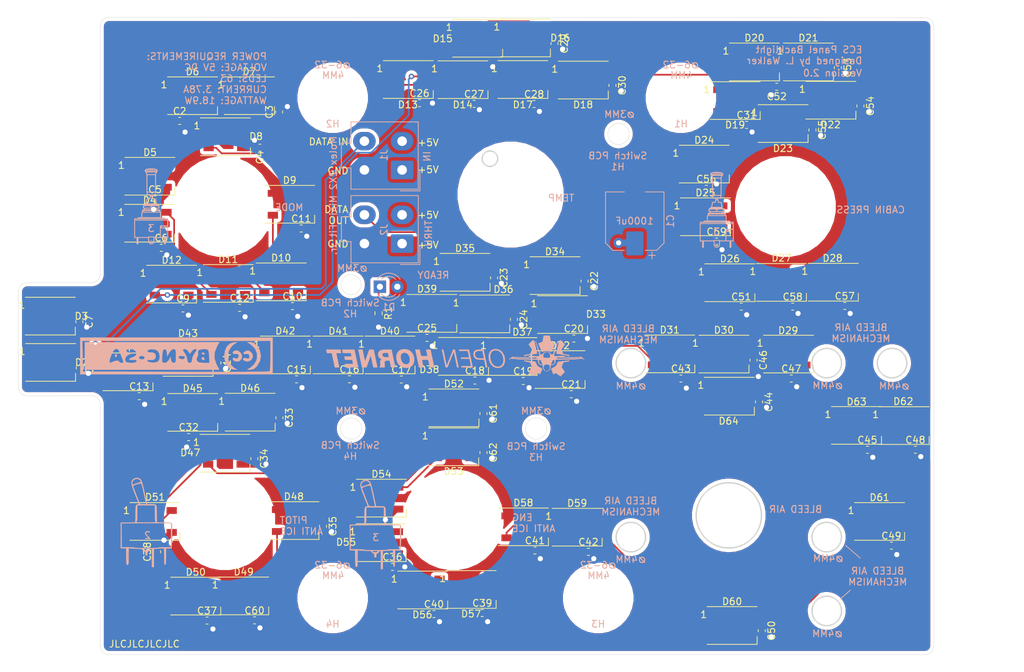
<source format=kicad_pcb>
(kicad_pcb (version 20211014) (generator pcbnew)
  (layers (0 "F.Cu" signal) (31 "B.Cu" signal) (34 "B.Paste" user) (35 "F.Paste" user) (36 "B.SilkS" user "B.Silkscreen") (37 "F.SilkS" user "F.Silkscreen") (38 "B.Mask" user) (39 "F.Mask" user) (44 "Edge.Cuts" user))
  (net 0 "")
  (net 1 "/LEDGND")
  (net 2 "/LED+5V")
  (net 3 "Net-(D1-Pad1)")
  (net 4 "Net-(D2-Pad2)")
  (net 5 "/DATAIN")
  (net 6 "Net-(D3-Pad2)")
  (net 7 "Net-(D4-Pad2)")
  (net 8 "Net-(D5-Pad2)")
  (net 9 "Net-(D6-Pad2)")
  (net 10 "Net-(D7-Pad2)")
  (net 11 "Net-(D8-Pad2)")
  (net 12 "Net-(D10-Pad4)")
  (net 13 "Net-(D10-Pad2)")
  (net 14 "Net-(D11-Pad2)")
  (net 15 "Net-(D12-Pad2)")
  (net 16 "Net-(D14-Pad2)")
  (net 17 "Net-(D15-Pad2)")
  (net 18 "Net-(D16-Pad2)")
  (net 19 "Net-(D17-Pad2)")
  (net 20 "Net-(D18-Pad2)")
  (net 21 "Net-(D19-Pad2)")
  (net 22 "Net-(D20-Pad2)")
  (net 23 "Net-(D21-Pad2)")
  (net 24 "Net-(D22-Pad2)")
  (net 25 "Net-(D23-Pad2)")
  (net 26 "Net-(D24-Pad2)")
  (net 27 "Net-(D26-Pad2)")
  (net 28 "Net-(D27-Pad2)")
  (net 29 "Net-(D28-Pad2)")
  (net 30 "Net-(D29-Pad2)")
  (net 31 "Net-(D30-Pad2)")
  (net 32 "Net-(D31-Pad2)")
  (net 33 "Net-(D32-Pad2)")
  (net 34 "Net-(D33-Pad2)")
  (net 35 "Net-(D34-Pad2)")
  (net 36 "Net-(D35-Pad2)")
  (net 37 "Net-(D36-Pad2)")
  (net 38 "/DATAOUT")
  (net 39 "Net-(D38-Pad2)")
  (net 40 "Net-(D39-Pad2)")
  (net 41 "Net-(D40-Pad2)")
  (net 42 "Net-(D41-Pad2)")
  (net 43 "Net-(D42-Pad2)")
  (net 44 "Net-(D43-Pad2)")
  (net 45 "Net-(D44-Pad2)")
  (net 46 "Net-(D45-Pad2)")
  (net 47 "Net-(D46-Pad2)")
  (net 48 "Net-(D47-Pad2)")
  (net 49 "Net-(D48-Pad2)")
  (net 50 "Net-(D50-Pad2)")
  (net 51 "Net-(D51-Pad2)")
  (net 52 "Net-(D52-Pad2)")
  (net 53 "Net-(D53-Pad2)")
  (net 54 "Net-(D54-Pad2)")
  (net 55 "Net-(D55-Pad2)")
  (net 56 "Net-(D56-Pad2)")
  (net 57 "Net-(D57-Pad2)")
  (net 58 "Net-(D58-Pad2)")
  (net 59 "Net-(D59-Pad2)")
  (net 60 "Net-(D60-Pad2)")
  (net 61 "Net-(D61-Pad2)")
  (net 62 "Net-(D13-Pad2)")
  (net 63 "Net-(D25-Pad2)")
  (net 64 "Net-(D37-Pad2)")
  (net 65 "Net-(D49-Pad2)")
  (net 66 "Net-(D62-Pad2)")
  (net 67 "Net-(D63-Pad2)")
  (footprint "LED_SMD:LED_WS2812B_PLCC4_5.0x5.0mm_P3.2mm" (layer "F.Cu") (at 26.162 117.348)
    (fp_text reference "D2")
    (fp_text value "WS2812B")
  )
  (footprint "LED_SMD:LED_WS2812B_PLCC4_5.0x5.0mm_P3.2mm" (layer "F.Cu") (at 26.1112 110.592)
    (fp_text reference "D3")
    (fp_text value "WS2812B")
  )
  (footprint "LED_SMD:LED_WS2812B_PLCC4_5.0x5.0mm_P3.2mm" (layer "F.Cu") (at 40.6146 97.028)
    (fp_text reference "D4")
    (fp_text value "WS2812B")
  )
  (footprint "LED_SMD:LED_WS2812B_PLCC4_5.0x5.0mm_P3.2mm" (layer "F.Cu") (at 40.64 90.17)
    (fp_text reference "D5")
    (fp_text value "WS2812B")
  )
  (footprint "LED_SMD:LED_WS2812B_PLCC4_5.0x5.0mm_P3.2mm" (layer "F.Cu") (at 46.863 78.4098)
    (fp_text reference "D6")
    (fp_text value "WS2812B")
  )
  (footprint "LED_SMD:LED_WS2812B_PLCC4_5.0x5.0mm_P3.2mm" (layer "F.Cu") (at 55.1688 78.4098)
    (fp_text reference "D7")
    (fp_text value "WS2812B")
  )
  (footprint "LED_SMD:LED_WS2812B_PLCC4_5.0x5.0mm_P3.2mm" (layer "F.Cu") (at 61.0362 94.2594)
    (fp_text reference "D9")
    (fp_text value "WS2812B")
  )
  (footprint "LED_SMD:LED_WS2812B_PLCC4_5.0x5.0mm_P3.2mm" (layer "F.Cu") (at 59.7916 105.588)
    (fp_text reference "D10")
    (fp_text value "WS2812B")
  )
  (footprint "LED_SMD:LED_WS2812B_PLCC4_5.0x5.0mm_P3.2mm" (layer "F.Cu") (at 52.07 105.816)
    (fp_text reference "D11")
    (fp_text value "WS2812B")
  )
  (footprint "LED_SMD:LED_WS2812B_PLCC4_5.0x5.0mm_P3.2mm" (layer "F.Cu") (at 43.815 105.918)
    (fp_text reference "D12")
    (fp_text value "WS2812B")
  )
  (footprint "LED_SMD:LED_WS2812B_PLCC4_5.0x5.0mm_P3.2mm" (layer "F.Cu") (at 78.3336 76.0476)
    (fp_text reference "D13")
    (fp_text value "WS2812B")
  )
  (footprint "LED_SMD:LED_WS2812B_PLCC4_5.0x5.0mm_P3.2mm" (layer "F.Cu") (at 86.3092 76.073)
    (fp_text reference "D14")
    (fp_text value "WS2812B")
  )
  (footprint "LED_SMD:LED_WS2812B_PLCC4_5.0x5.0mm_P3.2mm" (layer "F.Cu") (at 88.4544 70.028)
    (fp_text reference "D15")
    (fp_text value "WS2812B")
  )
  (footprint "LED_SMD:LED_WS2812B_PLCC4_5.0x5.0mm_P3.2mm" (layer "F.Cu") (at 95.4162 69.9772)
    (fp_text reference "D16")
    (fp_text value "WS2812B")
  )
  (footprint "LED_SMD:LED_WS2812B_PLCC4_5.0x5.0mm_P3.2mm" (layer "F.Cu") (at 95.0468 76.0476)
    (fp_text reference "D17")
    (fp_text value "WS2812B")
  )
  (footprint "LED_SMD:LED_WS2812B_PLCC4_5.0x5.0mm_P3.2mm" (layer "F.Cu") (at 103.861 76.1238)
    (fp_text reference "D18")
    (fp_text value "WS2812B")
  )
  (footprint "LED_SMD:LED_WS2812B_PLCC4_5.0x5.0mm_P3.2mm" (layer "F.Cu") (at 126.023 79.1212)
    (fp_text reference "D19")
    (fp_text value "WS2812B")
  )
  (footprint "LED_SMD:LED_WS2812B_PLCC4_5.0x5.0mm_P3.2mm" (layer "F.Cu") (at 128.829 73.4822)
    (fp_text reference "D20")
    (fp_text value "WS2812B")
  )
  (footprint "LED_SMD:LED_WS2812B_PLCC4_5.0x5.0mm_P3.2mm" (layer "F.Cu") (at 136.703 73.4822)
    (fp_text reference "D21")
    (fp_text value "WS2812B")
  )
  (footprint "LED_SMD:LED_WS2812B_PLCC4_5.0x5.0mm_P3.2mm" (layer "F.Cu") (at 139.979 79.0702)
    (fp_text reference "D22")
    (fp_text value "WS2812B")
  )
  (footprint "LED_SMD:LED_WS2812B_PLCC4_5.0x5.0mm_P3.2mm" (layer "F.Cu") (at 133.008 82.474)
    (fp_text reference "D23")
    (fp_text value "WS2812B")
  )
  (footprint "LED_SMD:LED_WS2812B_PLCC4_5.0x5.0mm_P3.2mm" (layer "F.Cu") (at 121.514 88.392)
    (fp_text reference "D24")
    (fp_text value "WS2812B")
  )
  (footprint "LED_SMD:LED_WS2812B_PLCC4_5.0x5.0mm_P3.2mm" (layer "F.Cu") (at 121.691 96.0882)
    (fp_text reference "D25")
    (fp_text value "WS2812B")
  )
  (footprint "LED_SMD:LED_WS2812B_PLCC4_5.0x5.0mm_P3.2mm" (layer "F.Cu") (at 125.247 105.715)
    (fp_text reference "D26")
    (fp_text value "WS2812B")
  )
  (footprint "LED_SMD:LED_WS2812B_PLCC4_5.0x5.0mm_P3.2mm" (layer "F.Cu") (at 132.766 105.664)
    (fp_text reference "D27")
    (fp_text value "WS2812B")
  )
  (footprint "LED_SMD:LED_WS2812B_PLCC4_5.0x5.0mm_P3.2mm" (layer "F.Cu") (at 140.335 105.639)
    (fp_text reference "D28")
    (fp_text value "WS2812B")
  )
  (footprint "LED_SMD:LED_WS2812B_PLCC4_5.0x5.0mm_P3.2mm" (layer "F.Cu") (at 133.807 116.129)
    (fp_text reference "D29")
    (fp_text value "WS2812B")
  )
  (footprint "LED_SMD:LED_WS2812B_PLCC4_5.0x5.0mm_P3.2mm" (layer "F.Cu") (at 124.384 116.129)
    (fp_text reference "D30")
    (fp_text value "WS2812B")
  )
  (footprint "LED_SMD:LED_WS2812B_PLCC4_5.0x5.0mm_P3.2mm" (layer "F.Cu") (at 116.484 116.103)
    (fp_text reference "D31")
    (fp_text value "WS2812B")
  )
  (footprint "LED_SMD:LED_WS2812B_PLCC4_5.0x5.0mm_P3.2mm" (layer "F.Cu") (at 100.471 118.389)
    (fp_text reference "D32")
    (fp_text value "WS2812B")
  )
  (footprint "LED_SMD:LED_WS2812B_PLCC4_5.0x5.0mm_P3.2mm" (layer "F.Cu") (at 100.838 110.363)
    (fp_text reference "D33")
    (fp_text value "WS2812B")
  )
  (footprint "LED_SMD:LED_WS2812B_PLCC4_5.0x5.0mm_P3.2mm" (layer "F.Cu") (at 99.7458 104.673)
    (fp_text reference "D34")
    (fp_text value "WS2812B")
  )
  (footprint "LED_SMD:LED_WS2812B_PLCC4_5.0x5.0mm_P3.2mm" (layer "F.Cu") (at 86.614 104.191)
    (fp_text reference "D35")
    (fp_text value "WS2812B")
  )
  (footprint "LED_SMD:LED_WS2812B_PLCC4_5.0x5.0mm_P3.2mm" (layer "F.Cu") (at 89.4842 110.261)
    (fp_text reference "D36")
    (fp_text value "WS2812B")
  )
  (footprint "LED_SMD:LED_WS2812B_PLCC4_5.0x5.0mm_P3.2mm" (layer "F.Cu") (at 93.4604 116.485)
    (fp_text reference "D37")
    (fp_text value "WS2812B")
  )
  (footprint "Resistor_SMD:R_0603_1608Metric" (layer "F.Cu") (at 74 110.175 -90)
    (fp_text reference "R1")
    (fp_text value "R")
  )
  (footprint "LED_SMD:LED_WS2812B_PLCC4_5.0x5.0mm_P3.2mm" (layer "F.Cu") (at 86.3854 116.459)
    (fp_text reference "D38")
    (fp_text value "WS2812B")
  )
  (footprint "LED_SMD:LED_WS2812B_PLCC4_5.0x5.0mm_P3.2mm" (layer "F.Cu") (at 81.7626 110.185)
    (fp_text reference "D39")
    (fp_text value "WS2812B")
  )
  (footprint "LED_SMD:LED_WS2812B_PLCC4_5.0x5.0mm_P3.2mm" (layer "F.Cu") (at 75.6666 116.256)
    (fp_text reference "D40")
    (fp_text value "WS2812B")
  )
  (footprint "LED_SMD:LED_WS2812B_PLCC4_5.0x5.0mm_P3.2mm" (layer "F.Cu") (at 68.0974 116.256)
    (fp_text reference "D41")
    (fp_text value "WS2812B")
  )
  (footprint "LED_SMD:LED_WS2812B_PLCC4_5.0x5.0mm_P3.2mm" (layer "F.Cu") (at 60.4012 116.256)
    (fp_text reference "D42")
    (fp_text value "WS2812B")
  )
  (footprint "LED_SMD:LED_WS2812B_PLCC4_5.0x5.0mm_P3.2mm" (layer "F.Cu") (at 46.2026 116.611)
    (fp_text reference "D43")
    (fp_text value "WS2812B")
  )
  (footprint "LED_SMD:LED_WS2812B_PLCC4_5.0x5.0mm_P3.2mm" (layer "F.Cu") (at 37.4396 118.72)
    (fp_text reference "D44")
    (fp_text value "WS2812B")
  )
  (footprint "LED_SMD:LED_WS2812B_PLCC4_5.0x5.0mm_P3.2mm" (layer "F.Cu") (at 46.8884 124.638)
    (fp_text reference "D45")
    (fp_text value "WS2812B")
  )
  (footprint "LED_SMD:LED_WS2812B_PLCC4_5.0x5.0mm_P3.2mm" (layer "F.Cu") (at 55.2704 124.612)
    (fp_text reference "D46")
    (fp_text value "WS2812B")
  )
  (footprint "LED_SMD:LED_WS2812B_PLCC4_5.0x5.0mm_P3.2mm" (layer "F.Cu") (at 51.5874 130.607)
    (fp_text reference "D47")
    (fp_text value "WS2812B")
  )
  (footprint "LED_SMD:LED_WS2812B_PLCC4_5.0x5.0mm_P3.2mm" (layer "F.Cu") (at 61.6458 140.437)
    (fp_text reference "D48")
    (fp_text value "WS2812B")
  )
  (footprint "LED_SMD:LED_WS2812B_PLCC4_5.0x5.0mm_P3.2mm" (layer "F.Cu") (at 54.3306 151.435)
    (fp_text reference "D49")
    (fp_text value "WS2812B")
  )
  (footprint "LED_SMD:LED_WS2812B_PLCC4_5.0x5.0mm_P3.2mm" (layer "F.Cu") (at 47.334 151.46)
    (fp_text reference "D50")
    (fp_text value "WS2812B")
  )
  (footprint "LED_SMD:LED_WS2812B_PLCC4_5.0x5.0mm_P3.2mm" (layer "F.Cu") (at 41.3766 140.564)
    (fp_text reference "D51")
    (fp_text value "WS2812B")
  )
  (footprint "LED_SMD:LED_WS2812B_PLCC4_5.0x5.0mm_P3.2mm" (layer "F.Cu") (at 84.9884 123.977)
    (fp_text reference "D52")
    (fp_text value "WS2812B")
  )
  (footprint "LED_SMD:LED_WS2812B_PLCC4_5.0x5.0mm_P3.2mm" (layer "F.Cu") (at 84.963 129.667)
    (fp_text reference "D53")
    (fp_text value "WS2812B")
  )
  (footprint "LED_SMD:LED_WS2812B_PLCC4_5.0x5.0mm_P3.2mm" (layer "F.Cu") (at 74.422 137.16)
    (fp_text reference "D54")
    (fp_text value "WS2812B")
  )
  (footprint "LED_SMD:LED_WS2812B_PLCC4_5.0x5.0mm_P3.2mm" (layer "F.Cu") (at 74.3712 143.662)
    (fp_text reference "D55")
    (fp_text value "WS2812B")
  )
  (footprint "LED_SMD:LED_WS2812B_PLCC4_5.0x5.0mm_P3.2mm" (layer "F.Cu") (at 80.4418 150.571)
    (fp_text reference "D56")
    (fp_text value "WS2812B")
  )
  (footprint "LED_SMD:LED_WS2812B_PLCC4_5.0x5.0mm_P3.2mm" (layer "F.Cu") (at 87.503 150.495)
    (fp_text reference "D57")
    (fp_text value "WS2812B")
  )
  (footprint "LED_SMD:LED_WS2812B_PLCC4_5.0x5.0mm_P3.2mm" (layer "F.Cu") (at 95.123 141.351)
    (fp_text reference "D58")
    (fp_text value "WS2812B")
  )
  (footprint "LED_SMD:LED_WS2812B_PLCC4_5.0x5.0mm_P3.2mm" (layer "F.Cu") (at 102.972 141.402)
    (fp_text reference "D59")
    (fp_text value "WS2812B")
  )
  (footprint "LED_SMD:LED_WS2812B_PLCC4_5.0x5.0mm_P3.2mm" (layer "F.Cu") (at 125.578 155.753)
    (fp_text reference "D60")
    (fp_text value "WS2812B")
  )
  (footprint "LED_SMD:LED_WS2812B_PLCC4_5.0x5.0mm_P3.2mm" (layer "F.Cu") (at 147.091 140.564)
    (fp_text reference "D61")
    (fp_text value "WS2812B")
  )
  (footprint "LED_SMD:LED_WS2812B_PLCC4_5.0x5.0mm_P3.2mm" (layer "F.Cu") (at 150.673 126.568)
    (fp_text reference "D62")
    (fp_text value "WS2812B")
  )
  (footprint "LED_SMD:LED_WS2812B_PLCC4_5.0x5.0mm_P3.2mm" (layer "F.Cu") (at 143.713 126.543)
    (fp_text reference "D63")
    (fp_text value "WS2812B")
  )
  (footprint "LED_SMD:LED_WS2812B_PLCC4_5.0x5.0mm_P3.2mm" (layer "F.Cu") (at 125.171 122.276)
    (fp_text reference "D64")
    (fp_text value "WS2812B")
  )
  (footprint "Capacitor_SMD:C_0603_1608Metric" (layer "F.Cu") (at 44.9875 82.1)
    (fp_text reference "C2")
    (fp_text value "C")
  )
  (footprint "Capacitor_SMD:C_0603_1608Metric" (layer "F.Cu") (at 59.5 80.7875 90)
    (fp_text reference "C3")
    (fp_text value "C")
  )
  (footprint "Capacitor_SMD:C_0603_1608Metric" (layer "F.Cu") (at 56.7 86 180)
    (fp_text reference "C4")
    (fp_text value "C")
  )
  (footprint "Capacitor_SMD:C_0603_1608Metric" (layer "F.Cu") (at 41.3925 93.54)
    (fp_text reference "C5")
    (fp_text value "C")
  )
  (footprint "Capacitor_SMD:C_0603_1608Metric" (layer "F.Cu") (at 42.3025 100.61)
    (fp_text reference "C6")
    (fp_text value "C")
  )
  (footprint "Capacitor_SMD:C_0603_1608Metric" (layer "F.Cu") (at 30.36 111.402 -90)
    (fp_text reference "C7")
    (fp_text value "C")
  )
  (footprint "Capacitor_SMD:C_0603_1608Metric" (layer "F.Cu") (at 30.42 118.152 -90)
    (fp_text reference "C8")
    (fp_text value "C")
  )
  (footprint "Capacitor_SMD:C_0603_1608Metric" (layer "F.Cu") (at 45.4725 109.47)
    (fp_text reference "C9")
    (fp_text value "C")
  )
  (footprint "Capacitor_SMD:C_0603_1608Metric" (layer "F.Cu") (at 61.4425 109.13)
    (fp_text reference "C10")
    (fp_text value "C")
  )
  (footprint "Capacitor_SMD:C_0603_1608Metric" (layer "F.Cu") (at 62.7225 97.8)
    (fp_text reference "C11")
    (fp_text value "C")
  )
  (footprint "Capacitor_SMD:C_0603_1608Metric" (layer "F.Cu") (at 53.7425 109.38)
    (fp_text reference "C12")
    (fp_text value "C")
  )
  (footprint "Capacitor_SMD:C_0603_1608Metric" (layer "F.Cu") (at 39.0925 122.28)
    (fp_text reference "C13")
    (fp_text value "C")
  )
  (footprint "Capacitor_SMD:C_0603_1608Metric" (layer "F.Cu") (at 50.49 117.412 -90)
    (fp_text reference "C14")
    (fp_text value "C")
  )
  (footprint "Capacitor_SMD:C_0603_1608Metric" (layer "F.Cu") (at 62.0425 119.82)
    (fp_text reference "C15")
    (fp_text value "C")
  )
  (footprint "Capacitor_SMD:C_0603_1608Metric" (layer "F.Cu") (at 69.7625 119.81)
    (fp_text reference "C16")
    (fp_text value "C")
  )
  (footprint "Capacitor_SMD:C_0603_1608Metric" (layer "F.Cu") (at 77.3225 119.84)
    (fp_text reference "C17")
    (fp_text value "C")
  )
  (footprint "Capacitor_SMD:C_0603_1608Metric" (layer "F.Cu") (at 88.0525 119.99)
    (fp_text reference "C18")
    (fp_text value "C")
  )
  (footprint "Capacitor_SMD:C_0603_1608Metric" (layer "F.Cu") (at 95.11 120.06)
    (fp_text reference "C19")
    (fp_text value "C")
  )
  (footprint "Capacitor_SMD:C_0603_1608Metric" (layer "F.Cu") (at 102.492 113.86)
    (fp_text reference "C20")
    (fp_text value "C")
  )
  (footprint "Capacitor_SMD:C_0603_1608Metric" (layer "F.Cu") (at 102.11 121.99)
    (fp_text reference "C21")
    (fp_text value "C")
  )
  (footprint "Capacitor_SMD:C_0603_1608Metric" (layer "F.Cu") (at 104.05 105.482 -90)
    (fp_text reference "C22")
    (fp_text value "C")
  )
  (footprint "Capacitor_SMD:C_0603_1608Metric" (layer "F.Cu") (at 93.75 111.068 -90)
    (fp_text reference "C24")
    (fp_text value "C")
  )
  (footprint "Capacitor_SMD:C_0603_1608Metric" (layer "F.Cu") (at 81.0725 113.76)
    (fp_text reference "C25")
    (fp_text value "C")
  )
  (footprint "Capacitor_SMD:C_0603_1608Metric" (layer "F.Cu") (at 79.9825 79.5)
    (fp_text reference "C26")
    (fp_text value "C")
  )
  (footprint "Capacitor_SMD:C_0603_1608Metric" (layer "F.Cu") (at 87.9425 79.61)
    (fp_text reference "C27")
    (fp_text value "C")
  )
  (footprint "Capacitor_SMD:C_0603_1608Metric" (layer "F.Cu") (at 96.6925 79.63)
    (fp_text reference "C28")
    (fp_text value "C")
  )
  (footprint "Capacitor_SMD:C_0603_1608Metric" (layer "F.Cu") (at 99.67 70.8025 -90)
    (fp_text reference "C29")
    (fp_text value "C")
  )
  (footprint "Capacitor_SMD:C_0603_1608Metric" (layer "F.Cu") (at 108.12 76.9025 -90)
    (fp_text reference "C30")
    (fp_text value "C")
  )
  (footprint "Capacitor_SMD:C_0603_1608Metric" (layer "F.Cu") (at 127.688 82.67)
    (fp_text reference "C31")
    (fp_text value "C")
  )
  (footprint "Capacitor_SMD:C_0603_1608Metric" (layer "F.Cu") (at 90.86 105.002 -90)
    (fp_text reference "C23")
    (fp_text value "C")
  )
  (footprint "Capacitor_SMD:C_0603_1608Metric" (layer "F.Cu") (at 46.3025 128.25)
    (fp_text reference "C32")
    (fp_text value "C")
  )
  (footprint "Capacitor_SMD:C_0603_1608Metric" (layer "F.Cu") (at 59.54 125.432 -90)
    (fp_text reference "C33")
    (fp_text value "C")
  )
  (footprint "Capacitor_SMD:C_0603_1608Metric" (layer "F.Cu") (at 55.88 131.392 -90)
    (fp_text reference "C34")
    (fp_text value "C")
  )
  (footprint "Capacitor_SMD:C_0603_1608Metric" (layer "F.Cu") (at 65.91 141.262 -90)
    (fp_text reference "C35")
    (fp_text value "C")
  )
  (footprint "Capacitor_SMD:C_0603_1608Metric" (layer "F.Cu") (at 76.0325 147.2)
    (fp_text reference "C36")
    (fp_text value "C")
  )
  (footprint "Capacitor_SMD:C_0603_1608Metric" (layer "F.Cu") (at 48.9925 155.03)
    (fp_text reference "C37")
    (fp_text value "C")
  )
  (footprint "Capacitor_SMD:C_0603_1608Metric" (layer "F.Cu") (at 41.7 144.9875 90)
    (fp_text reference "C38")
    (fp_text value "C")
  )
  (footprint "Capacitor_SMD:C_0603_1608Metric" (layer "F.Cu") (at 89.1285 153.924)
    (fp_text reference "C39")
    (fp_text value "C")
  )
  (footprint "Capacitor_SMD:C_0603_1608Metric" (layer "F.Cu") (at 82.0825 154.08)
    (fp_text reference "C40")
    (fp_text value "C")
  )
  (footprint "Capacitor_SMD:C_0603_1608Metric" (layer "F.Cu") (at 96.8125 144.8)
    (fp_text reference "C41")
    (fp_text value "C")
  )
  (footprint "Capacitor_SMD:C_0603_1608Metric" (layer "F.Cu") (at 104.612 145)
    (fp_text reference "C42")
    (fp_text value "C")
  )
  (footprint "Capacitor_SMD:C_0603_1608Metric" (layer "F.Cu") (at 118.112 119.7)
    (fp_text reference "C43")
    (fp_text value "C")
  )
  (footprint "Capacitor_SMD:C_0603_1608Metric" (layer "F.Cu") (at 145.312 130.1)
    (fp_text reference "C45")
    (fp_text value "C")
  )
  (footprint "Capacitor_SMD:C_0603_1608Metric" (layer "F.Cu") (at 128.7 117.012 -90)
    (fp_text reference "C46")
    (fp_text value "C")
  )
  (footprint "Capacitor_SMD:C_0603_1608Metric" (layer "F.Cu") (at 134.212 119.7)
    (fp_text reference "C47")
    (fp_text value "C")
  )
  (footprint "Capacitor_SMD:C_0603_1608Metric" (layer "F.Cu") (at 152.312 130.1)
    (fp_text reference "C48")
    (fp_text value "C")
  )
  (footprint "Capacitor_SMD:C_0603_1608Metric" (layer "F.Cu") (at 148.812 144.1)
    (fp_text reference "C49")
    (fp_text value "C")
  )
  (footprint "Capacitor_SMD:C_0603_1608Metric" (layer "F.Cu") (at 129.9 156.512 -90)
    (fp_text reference "C50")
    (fp_text value "C")
  )
  (footprint "Capacitor_SMD:C_0603_1608Metric" (layer "F.Cu") (at 126.912 109.2)
    (fp_text reference "C51")
    (fp_text value "C")
  )
  (footprint "Capacitor_SMD:C_0603_1608Metric" (layer "F.Cu") (at 129.5 123.112 -90)
    (fp_text reference "C44")
    (fp_text value "C")
  )
  (footprint "Capacitor_SMD:C_0603_1608Metric" (layer "F.Cu") (at 132.088 77.1 180)
    (fp_text reference "C52")
    (fp_text value "C")
  )
  (footprint "Capacitor_SMD:C_0603_1608Metric" (layer "F.Cu") (at 144.3 79.9125 -90)
    (fp_text reference "C54")
    (fp_text value "C")
  )
  (footprint "Capacitor_SMD:C_0603_1608Metric" (layer "F.Cu") (at 137.3 83.4125 -90)
    (fp_text reference "C55")
    (fp_text value "C")
  )
  (footprint "Capacitor_SMD:C_0603_1608Metric" (layer "F.Cu") (at 121.812 92)
    (fp_text reference "C56")
    (fp_text value "C")
  )
  (footprint "Capacitor_SMD:C_0603_1608Metric" (layer "F.Cu") (at 142.012 109.1)
    (fp_text reference "C57")
    (fp_text value "C")
  )
  (footprint "Capacitor_SMD:C_0603_1608Metric" (layer "F.Cu") (at 134.412 109.2)
    (fp_text reference "C58")
    (fp_text value "C")
  )
  (footprint "Capacitor_SMD:C_0603_1608Metric" (layer "F.Cu") (at 55.9125 155)
    (fp_text reference "C60")
    (fp_text value "C")
  )
  (footprint "Capacitor_SMD:C_0603_1608Metric" (layer "F.Cu") (at 89.3 124.812 -90)
    (fp_text reference "C61")
    (fp_text value "C")
  )
  (footprint "Capacitor_SMD:C_0603_1608Metric" (layer "F.Cu") (at 141 74.3125 -90)
    (fp_text reference "C53")
    (fp_text value "C")
  )
  (footprint "Capacitor_SMD:C_0603_1608Metric" (layer "F.Cu") (at 123.312 99.7)
    (fp_text reference "C59")
    (fp_text value "C")
  )
  (footprint "Capacitor_SMD:C_0603_1608Metric" (layer "F.Cu") (at 89.3 130.512 -90)
    (fp_text reference "C62")
    (fp_text value "C")
  )
  (footprint "LED_SMD:LED_WS2812B_PLCC4_5.0x5.0mm_P3.2mm" (layer "F.Cu") (at 51.6636 84.4042)
    (fp_text reference "D8")
    (fp_text value "WS2812B")
  )
  (footprint "OH_Backlighting:SxAL_Toggle_13x13mm" (layer "F.Cu") (at 51.308 94.5896)
    (fp_text reference "1" hide)
    (fp_text value "SxAL_Toggle_13x13mm" hide)
  )
  (footprint "OH_Backlighting:S3AL_Toggle_Silkscreen" (layer "F.Cu") (at 40.7 94.7)
    (fp_text reference "G***" hide)
    (fp_text value "S3AL Toggle" hide)
  )
  (footprint "OH_Backlighting:SxAL_Toggle_13x13mm" (layer "F.Cu") (at 133.35 94.5896)
    (fp_text reference "3" hide)
    (fp_text value "SxAL_Toggle_13x13mm" hide)
  )
  (footprint "OH_Backlighting:S3AL_Toggle_Silkscreen" (layer "F.Cu") (at 123.2 95.2)
    (fp_text reference "G***" hide)
    (fp_text value "S3AL Toggle" hide)
  )
  (footprint "OH_Backlighting:631H_Toggle_13mm_x_13mm" (layer "F.Cu") (at 51.562 140.3096)
    (fp_text reference "5" hide)
    (fp_text value "631H_Toggle_13mm_x_13mm" hide)
  )
  (footprint "OH_Backlighting:631H_Toggle_Silkscreen" (layer "F.Cu") (at 40.1 140.7)
    (fp_text reference "G***" hide)
    (fp_text value "631H Toggle" hide)
  )
  (footprint "OH_Backlighting:631H_Toggle_Silkscreen" (layer "F.Cu") (at 73.5 141)
    (fp_text reference "G***" hide)
    (fp_text value "631H Toggle" hide)
  )
  (footprint "OH_Backlighting:631H_Toggle_13mm_x_13mm" (layer "F.Cu") (at 84.899499 140.3096)
    (fp_text reference "REF**" hide)
    (fp_text value "631H_Toggle_13mm_x_13mm" hide)
  )
  (footprint "OH_Backlighting:BR10K_Pot_11mm_x_11mm" (layer "F.Cu") (at 93.275 92.85 180)
    (fp_text reference "REF**" hide)
    (fp_text value "BR10K_Pot_11mm_x_11mm" hide)
  )
  (footprint "OH_Backlighting:OH_Panel_6-32_PHS" (layer "F.Cu") (at 67.31 78.7146)
    (fp_text reference "REF**" hide)
    (fp_text value "OH_Panel_Fastner_Keepout" hide)
  )
  (footprint "OH_Backlighting:OH_Panel_6-32_PHS" (layer "F.Cu") (at 118.11 78.7146)
    (fp_text reference "REF**" hide)
    (fp_text value "OH_Panel_Fastner_Keepout" hide)
  )
  (footprint "OH_Backlighting:OH_Panel_6-32_PHS" (layer "F.Cu") (at 106.045 151.7396)
    (fp_text reference "REF**" hide)
    (fp_text value "OH_Panel_Fastner_Keepout" hide)
  )
  (footprint "OH_Backlighting:OH_Panel_6-32_PHS" (layer "F.Cu") (at 67.31 151.7396)
    (fp_text reference "REF**" hide)
    (fp_text value "OH_Panel_Fastner_Keepout" hide)
  )
  (footprint "Capacitor_SMD:CP_Elec_8x10" (layer "B.Cu") (at 111.379 96.723 90)
    (fp_text reference "C1")
    (fp_text value "C_Polarized")
  )
  (footprint "LED_THT:LED_D3.0mm" (layer "B.Cu") (at 74.2 106.3)
    (fp_text reference "D1")
    (fp_text value "LED")
  )
  (footprint "Connector_Molex:Molex_Mini-Fit_Jr_5566-04A_2x02_P4.20mm_Vertical" (layer "B.Cu") (at 77.436 89.2486 90)
    (fp_text reference "J1")
    (fp_text value "Conn_01x04_Female")
  )
  (footprint "Connector_Molex:Molex_Mini-Fit_Jr_5566-04A_2x02_P4.20mm_Vertical" (layer "B.Cu") (at 77.436 100 90)
    (fp_text reference "J2")
    (fp_text value "Conn_01x04_Female")
  )
  (footprint "OH_General:CC-BY-NC-SA-Small" (layer "B.Cu") (at 44.6 116.4 180)
    (fp_text reference "G***" hide)
    (fp_text value "LOGO" hide)
  )
  (footprint "OH_General:OH_LOGO_37.7mm_5.9mm" (layer "B.Cu") (at 85.2 116.4 180)
    (fp_text reference "G***" hide)
    (fp_text value "LOGO" hide)
  )
  (gr_line (start 144.272 145.923) (end 142.113 144.0434) (layer "B.SilkS") (width 0.12))
  (gr_line (start 142.8242 150.5966) (end 141.351 151.892) (layer "B.SilkS") (width 0.12))
  (gr_circle (center 109 84) (end 110.55 84) (layer "Edge.Cuts") (width 0.05) (fill none))
  (gr_line (start 34.7218 159.9946) (end 153.7462 159.9946) (layer "Edge.Cuts") (width 0.05))
  (gr_arc (start 33.401 68.3006) (mid 33.762453 67.377174) (end 34.671 66.9798) (layer "Edge.Cuts") (width 0.05))
  (gr_circle (center 97 127) (end 98.55 127) (layer "Edge.Cuts") (width 0.05) (fill none))
  (gr_circle (center 110.8075 142.8496) (end 112.960149 142.8496) (layer "Edge.Cuts") (width 0.2) (fill none))
  (gr_arc (start 155.0162 158.6738) (mid 154.654747 159.597226) (end 153.7462 159.9946) (layer "Edge.Cuts") (width 0.05))
  (gr_circle (center 70 127) (end 71.55 127) (layer "Edge.Cuts") (width 0.05) (fill none))
  (gr_arc (start 22.7838 122.2248) (mid 21.860374 121.863347) (end 21.463 120.9548) (layer "Edge.Cuts") (width 0.05))
  (gr_circle (center 125.095 139.6746) (end 129.8575 139.6746) (layer "Edge.Cuts") (width 0.2) (fill none))
  (gr_circle (center 148.9075 117.4496) (end 151.06015 117.4496) (layer "Edge.Cuts") (width 0.2) (fill none))
  (gr_line (start 33.401 68.3006) (end 33.4 104.394) (layer "Edge.Cuts") (width 0.05))
  (gr_line (start 32.13 105.7148) (end 22.733 105.7148) (layer "Edge.Cuts") (width 0.05))
  (gr_circle (center 110.8075 117.4496) (end 112.960149 117.4496) (layer "Edge.Cuts") (width 0.2) (fill none))
  (gr_line (start 153.6954 67.0052) (end 34.671 66.9798) (layer "Edge.Cuts") (width 0.05))
  (gr_line (start 33.4 123.4694) (end 33.401 158.7246) (layer "Edge.Cuts") (width 0.05))
  (gr_arc (start 32.0792 122.1994) (mid 33.002626 122.560853) (end 33.4 123.4694) (layer "Edge.Cuts") (width 0.05))
  (gr_line (start 155.0162 158.6738) (end 155.0162 68.2752) (layer "Edge.Cuts") (width 0.05))
  (gr_circle (center 139.3825 142.8496) (end 141.53515 142.8496) (layer "Edge.Cuts") (width 0.2) (fill none))
  (gr_arc (start 153.6954 67.0052) (mid 154.618826 67.366653) (end 155.0162 68.2752) (layer "Edge.Cuts") (width 0.05))
  (gr_circle (center 90.249901 87.604531) (end 91.38439 87.604531) (layer "Edge.Cuts") (width 0.2) (fill none))
  (gr_circle (center 139.3825 153.628428) (end 141.53515 153.628428) (layer "Edge.Cuts") (width 0.2) (fill none))
  (gr_arc (start 21.463 107.0356) (mid 21.824453 106.112174) (end 22.733 105.7148) (layer "Edge.Cuts") (width 0.05))
  (gr_arc (start 34.7218 159.9946) (mid 33.798374 159.633147) (end 33.401 158.7246) (layer "Edge.Cuts") (width 0.05))
  (gr_arc (start 33.4 104.394) (mid 33.038547 105.317426) (end 32.13 105.7148) (layer "Edge.Cuts") (width 0.05))
  (gr_circle (center 70 106) (end 71.463754 106) (layer "Edge.Cuts") (width 0.05) (fill none))
  (gr_line (start 22.7838 122.2248) (end 32.0792 122.1994) (layer "Edge.Cuts") (width 0.05))
  (gr_circle (center 139.3825 117.4496) (end 141.53515 117.4496) (layer "Edge.Cuts") (width 0.2) (fill none))
  (gr_line (start 21.463 107.0356) (end 21.463 120.9548) (layer "Edge.Cuts") (width 0.05))
  (gr_text "ENG\nANTI ICE" (at 93.4 140.8) (layer "B.SilkS") (effects (font (size 1 1)) (justify right mirror)))
  (gr_text "⌀3MM" (at 97.028 124.4346) (layer "B.SilkS") (effects (font (size 1 1)) (justify mirror)))
  (gr_text "POWER REQUIREMENTS:\nVOLTAGE: 5V DC\nLEDS: 63\nCURRENT: 3.78A\nWATTAGE: 18.9W" (at 57.8 75.9) (layer "B.SilkS") (effects (font (size 1 1)) (justify left mirror)))
  (gr_text "READY" (at 82 104.6) (layer "B.SilkS") (effects (font (size 1 1)) (justify mirror)))
  (gr_text "BLEED AIR\nMECHANISM" (at 110.4392 113.2332) (layer "B.SilkS") (effects (font (size 1 1)) (justify mirror)))
  (gr_text "CABIN PRESS" (at 145.796 95.0722) (layer "B.SilkS") (effects (font (size 1 1)) (justify mirror)))
  (gr_text "⌀4MM" (at 149.2504 120.8024) (layer "B.SilkS") (effects (font (size 1 1)) (justify mirror)))
  (gr_text "BLEED AIR\nMECHANISM" (at 110.7948 138.3538) (layer "B.SilkS") (effects (font (size 1 1)) (justify mirror)))
  (gr_text "THRU" (at 81.3 98.525 90) (layer "B.SilkS") (effects (font (size 1 1)) (justify mirror)))
  (gr_text "2" (at 40.3 142.6) (layer "B.SilkS") (effects (font (size 1 1)) (justify mirror)))
  (gr_text "Molex 2X2 Mini-Fit Jr." (at 67.4 93 90) (layer "B.SilkS") (effects (font (size 1 1)) (justify mirror)))
  (gr_text "ECS Panel Backlight\nDesigned by L. Walker" (at 144.65 72.5) (layer "B.SilkS") (effects (font (size 1 1)) (justify left mirror)))
  (gr_text "Switch PCB\nH2" (at 69.8754 109.4486) (layer "B.SilkS") (effects (font (size 1 1)) (justify mirror)))
  (gr_text "⌀4MM" (at 110.8456 120.777) (layer "B.SilkS") (effects (font (size 1 1)) (justify mirror)))
  (gr_text "Version 2.0" (at 140.225 75.1) (layer "B.SilkS") (effects (font (size 1 1)) (justify mirror)))
  (gr_text "⌀4MM" (at 110.8202 146.1008) (layer "B.SilkS") (effects (font (size 1 1)) (justify mirror)))
  (gr_text "BLEED AIR\nMECHANISM" (at 146.812 148.59) (layer "B.SilkS") (effects (font (size 1 1)) (justify mirror)))
  (gr_text "Switch PCB\nH3" (at 96.9772 130.4036) (layer "B.SilkS") (effects (font (size 1 1)) (justify mirror)))
  (gr_text "Switch PCB\nH4" (at 69.8754 130.2512) (layer "B.SilkS") (effects (font (size 1 1)) (justify mirror)))
  (gr_text "IN" (at 81.075 87.275 90) (layer "B.SilkS") (effects (font (size 1 1)) (justify mirror)))
  (gr_text "Switch PCB\nH1" (at 108.8898 87.9856) (layer "B.SilkS") (effects (font (size 1 1)) (justify mirror)))
  (gr_text "⌀4MM" (at 139.4968 156.9466) (layer "B.SilkS") (effects (font (size 1 1)) (justify mirror)))
  (gr_text "BLEED AIR\nMECHANISM" (at 144.3736 113.0554) (layer "B.SilkS") (effects (font (size 1 1)) (justify mirror)))
  (gr_text "⌀4MM" (at 139.6238 145.9484) (layer "B.SilkS") (effects (font (size 1 1)) (justify mirror)))
  (gr_text "⌀3MM" (at 69.977 124.4346) (layer "B.SilkS") (effects (font (size 1 1)) (justify mirror)))
  (gr_text "BLEED AIR" (at 134.8486 138.7856) (layer "B.SilkS") (effects (font (size 1 1)) (justify mirror)))
  (gr_text "1000uF" (at 111.3282 96.6978) (layer "B.SilkS") (effects (font (size 1 1)) (justify mirror)))
  (gr_text "⌀4MM" (at 139.5476 120.7262) (layer "B.SilkS") (effects (font (size 1 1)) (justify mirror)))
  (gr_text "PITOT\nANTI ICE" (at 59.5 141.2) (layer "B.SilkS") (effects (font (size 1 1)) (justify right mirror)))
  (gr_text "TEMP" (at 100.6348 93.345) (layer "B.SilkS") (effects (font (size 1 1)) (justify mirror)))
  (gr_text "⌀3MM" (at 109.1692 81.1276) (layer "B.SilkS") (effects (font (size 1 1)) (justify mirror)))
  (gr_text "3" (at 73.6 142.9) (layer "B.SilkS") (effects (font (size 1 1)) (justify mirror)))
  (gr_text "MODE" (at 60.96 94.7166) (layer "B.SilkS") (effects (font (size 1 1)) (justify mirror)))
  (gr_text "⌀3MM" (at 70.2 103.6) (layer "B.SilkS") (effects (font (size 1 1)) (justify mirror)))
  (gr_text "+5V" (at 81.25 100.2) (layer "F.SilkS") (effects (font (size 1 1))))
  (gr_text "GND" (at 68.082143 89.375) (layer "F.SilkS") (effects (font (size 1 1))))
  (gr_text "JLCJLCJLCJLC" (at 39.85 158.45) (layer "F.SilkS") (effects (font (size 1 1))))
  (gr_text "+5V" (at 81.25 89.2) (layer "F.SilkS") (effects (font (size 1 1))))
  (gr_text "DATA IN" (at 66.725 85.125) (layer "F.SilkS") (effects (font (size 1 1))))
  (gr_text "+5V" (at 81.25 85.25) (layer "F.SilkS") (effects (font (size 1 1))))
  (gr_text "GND" (at 68.082143 100.05) (layer "F.SilkS") (effects (font (size 1 1))))
  (gr_text "DATA\nOUT" (at 69.680953 95.825) (layer "F.SilkS") (effects (font (size 1 1)) (justify right)))
  (gr_text "+5V" (at 81.25 95.825) (layer "F.SilkS") (effects (font (size 1 1))))
  (segment (start 45.775 83.725) (end 45.775 83.775) (width 1) (layer "F.Cu") (net 1))
  (segment (start 60.7 80) (end 60.7 80) (width 1) (layer "F.Cu") (net 1))
  (segment (start 55.9125 84.9125) (end 55.9125 84.9125) (width 1) (layer "F.Cu") (net 1))
  (segment (start 57.5795 132.1795) (end 57.5795 132.1795) (width 1) (layer "F.Cu") (net 1))
  (segment (start 42.6953 143.2953) (end 43.8266 142.164) (width 1) (layer "F.Cu") (net 1))
  (segment (start 46 129.7) (end 46 129.7) (width 1) (layer "F.Cu") (net 1))
  (segment (start 149.6 143.864) (end 149.6 145.4) (width 1) (layer "F.Cu") (net 1))
  (segment (start 123.3 91.3) (end 122.95 91.65) (width 1) (layer "F.Cu") (net 1))
  (segment (start 62.23 109.13) (end 62.21 110.63) (width 1) (layer "F.Cu") (net 1))
  (segment (start 30.412 118.948) (end 30.42 118.94) (width 1) (layer "F.Cu") (net 1))
  (segment (start 39.8896 120.32) (end 39.8896 122.27) (width 1) (layer "F.Cu") (net 1))
  (segment (start 124.1 99.7) (end 124.1 100.9) (width 1) (layer "F.Cu") (net 1))
  (segment (start 49.84 156.27) (end 49.78 156.21) (width 1) (layer "F.Cu") (net 1))
  (segment (start 89.277 125.577) (end 89.2885 125.5885) (width 1) (layer "F.Cu") (net 1))
  (segment (start 127.6995 109.1995) (end 127.7 109.2) (width 1) (layer "F.Cu") (net 1))
  (segment (start 54.53 110.69) (end 54.53 110.7) (width 1) (layer "F.Cu") (net 1))
  (segment (start 118.934 117.703) (end 118.934 119.666) (width 1) (layer "F.Cu") (net 1))
  (segment (start 30.358 112.192) (end 30.36 112.19) (width 1) (layer "F.Cu") (net 1))
  (segment (start 128.473 80.7212) (end 128.473 82.668) (width 1) (layer "F.Cu") (net 1))
  (segment (start 149.436 142.164) (end 149.6 142.328) (width 1) (layer "F.Cu") (net 1))
  (segment (start 104.05 106.27) (end 105.4 106.27) (width 1) (layer "F.Cu") (net 1))
  (segment (start 93.747 111.858) (end 93.7475 111.858) (width 1) (layer "F.Cu") (net 1))
  (segment (start 129.488 123.888) (end 129.4885 123.888) (width 1) (layer "F.Cu") (net 1))
  (segment (start 90.12 119.96) (end 90.1 119.99) (width 1) (layer "F.Cu") (net 1))
  (segment (start 56.7806 154.919) (end 56.7 155) (width 1) (layer "F.Cu") (net 1))
  (segment (start 131.2895 77.0895) (end 131.3 77.1) (width 1) (layer "F.Cu") (net 1))
  (segment (start 127.7 109.2) (end 127.7 110.4) (width 1) (layer "F.Cu") (net 1))
  (segment (start 97.47 80.71) (end 97.48 80.7) (width 1) (layer "F.Cu") (net 1))
  (segment (start 136.257 117.729) (end 136.257 118.443) (width 1) (layer "F.Cu") (net 1))
  (segment (start 108.12 77.69) (end 109.42 77.69) (width 1) (layer "F.Cu") (net 1))
  (segment (start 131.3 77.1) (end 131.3 78.3) (width 1) (layer "F.Cu") (net 1))
  (segment (start 149.6 143.864) (end 149.5995 143.8645) (width 1) (layer "F.Cu") (net 1))
  (segment (start 105.422 143.002) (end 105.422 144.978) (width 1) (layer "F.Cu") (net 1))
  (segment (start 88.7592 77.673) (end 88.7592 79.5808) (width 1) (layer "F.Cu") (net 1))
  (segment (start 43.09 91.77) (end 43.09 92.63) (width 1) (layer "F.Cu") (net 1))
  (segment (start 65.897 142.037) (end 65.9035 142.0435) (width 1) (layer "F.Cu") (net 1))
  (segment (start 104.047 106.273) (end 104.05 106.27) (width 1) (layer "F.Cu") (net 1))
  (segment (start 65.9035 142.0435) (end 65.91 142.05) (width 1) (layer "F.Cu") (net 1))
  (segment (start 135.216 107.264) (end 135.216 109.184) (width 1) (layer "F.Cu") (net 1))
  (segment (start 128.49 83.71) (end 128.475 83.695) (width 1) (layer "F.Cu") (net 1))
  (segment (start 128.6645 117.7645) (end 128.665 117.7645) (width 1) (layer "F.Cu") (net 1))
  (segment (start 126.834 117.729) (end 128.629 117.729) (width 1) (layer "F.Cu") (net 1))
  (segment (start 62.83 119.82) (end 62.83 121.03) (width 1) (layer "F.Cu") (net 1))
  (segment (start 131.29 77.0895) (end 131.3005 77.1) (width 1) (layer "F.Cu") (net 1))
  (segment (start 43.09 92.63) (end 42.18 93.54) (width 1) (layer "F.Cu") (net 1))
  (segment (start 146.1315 130.0685) (end 146.1 130.1) (width 1) (layer "F.Cu") (net 1))
  (segment (start 118.917 119.683) (end 118.9 119.7) (width 1) (layer "F.Cu") (net 1))
  (segment (start 129.488 123.888) (end 129.5 123.9) (width 1) (layer "F.Cu") (net 1))
  (segment (start 103.288 111.963) (end 103.288 113.852) (width 1) (layer "F.Cu") (net 1))
  (segment (start 42.18 94.015) (end 41.195 95) (width 1) (layer "F.Cu") (net 1))
  (segment (start 89.2885 125.5885) (end 89.289 125.5885) (width 1) (layer "F.Cu") (net 1))
  (segment (start 91.9342 111.861) (end 93.744 111.861) (width 1) (layer "F.Cu") (net 1))
  (segment (start 62.21 110.63) (end 62.23 110.61) (width 1) (layer "F.Cu") (net 1))
  (segment (start 59.532 126.212) (end 59.536 126.216) (width 1) (layer "F.Cu") (net 1))
  (segment (start 59.4902 80.0098) (end 59.5 80) (width 1) (layer "F.Cu") (net 1))
  (segment (start 135.458 84.074) (end 137.174 84.074) (width 1) (layer "F.Cu") (net 1))
  (segment (start 47.09 128.61) (end 46 129.7) (width 1) (layer "F.Cu") (net 1))
  (segment (start 89.284 131.2835) (end 89.3 131.2995) (width 1) (layer "F.Cu") (net 1))
  (segment (start 105.411 144.989) (end 105.4 145) (width 1) (layer "F.Cu") (net 1))
  (segment (start 102.921 119.989) (end 102.921 121.966) (width 1) (layer "F.Cu") (net 1))
  (segment (start 122.95 91.65) (end 122.9495 91.65) (width 1) (layer "F.Cu") (net 1))
  (segment (start 102.9095 121.978) (end 102.8975 121.99) (width 1) (layer "F.Cu") (net 1))
  (segment (start 93.747 111.858) (end 93.75 111.855) (width 1) (layer "F.Cu") (net 1))
  (segment (start 55.88 132.1795) (end 57.5795 132.1795) (width 1) (layer "F.Cu") (net 1))
  (segment (start 128.473 82.668) (end 128.474 82.669) (width 1) (layer "F.Cu") (net 1))
  (segment (start 118.9165 119.683) (end 118.8995 119.7) (width 1) (layer "F.Cu") (net 1))
  (segment (start 142.8 109.1) (end 142.8 110.2) (width 1) (layer "F.Cu") (net 1))
  (segment (start 65.91 142.05) (end 67.16 142.04) (width 1) (layer "F.Cu") (net 1))
  (segment (start 89.289 125.5885) (end 89.3 125.5995) (width 1) (layer "F.Cu") (net 1))
  (segment (start 90.86 105.79) (end 91.92 105.79) (width 1) (layer "F.Cu") (net 1))
  (segment (start 65.9035 142.0435) (end 65.904 142.0435) (width 1) (layer "F.Cu") (net 1))
  (segment (start 76.872 138.76) (end 76.54 138.76) (width 1) (layer "F.Cu") (net 1))
  (segment (start 118.9 119.7) (end 118.9 121.1) (width 1) (layer "F.Cu") (net 1))
  (segment (start 87.413 131.267) (end 89.267 131.267) (width 1) (layer "F.Cu") (net 1))
  (segment (start 78.1166 117.856) (end 78.1166 119.833) (width 1) (layer "F.Cu") (net 1))
  (segment (start 97.573 142.951) (end 97.573 144.773) (width 1) (layer "F.Cu") (net 1))
  (segment (start 89.953 152.095) (end 89.953 153.887) (width 1) (layer "F.Cu") (net 1))
  (segment (start 50.49 118.2) (end 51.73 118.2) (width 1) (layer "F.Cu") (net 1))
  (segment (start 54.0374 132.207) (end 55.853 132.207) (width 1) (layer "F.Cu") (net 1))
  (segment (start 153.1115 130.0885) (end 153.1 130.1) (width 1) (layer "F.Cu") (net 1))
  (segment (start 56.7 155) (end 56.7 156.1) (width 1) (layer "F.Cu") (net 1))
  (segment (start 47.8652 80.0098) (end 45.775 82.1) (width 1) (layer "F.Cu") (net 1))
  (segment (start 149.541 142.164) (end 149.436 142.164) (width 1) (layer "F.Cu") (net 1))
  (segment (start 149.6 142.328) (end 149.6 143.864) (width 1) (layer "F.Cu") (net 1))
  (segment (start 67.16 142.04) (end 67.16 142.05) (width 1) (layer "F.Cu") (net 1))
  (segment (start 131.2895 77.0895) (end 131.29 77.0895) (width 1) (layer "F.Cu") (net 1))
  (segment (start 59.536 126.216) (end 59.5365 126.216) (width 1) (layer "F.Cu") (net 1))
  (segment (start 48.6526 118.211) (end 50.479 118.211) (width 1) (layer "F.Cu") (net 1))
  (segment (start 127.621 123.876) (end 129.476 123.876) (width 1) (layer "F.Cu") (net 1))
  (segment (start 65.904 142.0435) (end 65.91 142.0495) (width 1) (layer "F.Cu") (net 1))
  (segment (start 128.028 157.353) (end 129.847 157.353) (width 1) (layer "F.Cu") (net 1))
  (segment (start 129.476 123.876) (end 129.488 123.888) (width 1) (layer "F.Cu") (net 1))
  (segment (start 124.141 99.659) (end 124.1205 99.6795) (width 1) (layer "F.Cu") (net 1))
  (segment (start 128.665 117.7645) (end 128.7 117.7995) (width 1) (layer "F.Cu") (net 1))
  (segment (start 93.7475 111.858) (end 93.75 111.8555) (width 1) (layer "F.Cu") (net 1))
  (segment (start 124.12 99.6795) (end 124.0995 99.7) (width 1) (layer "F.Cu") (net 1))
  (segment (start 90.86 105.79) (end 90.86 105.7895) (width 1) (layer "F.Cu") (net 1))
  (segment (start 59.5365 126.216) (end 59.54 126.2195) (width 1) (layer "F.Cu") (net 1))
  (segment (start 127.697 107.315) (end 127.697 109.197) (width 1) (layer "F.Cu") (net 1))
  (segment (start 78.1166 119.833) (end 78.11 119.84) (width 1) (layer "F.Cu") (net 1))
  (segment (start 95.9104 118.085) (end 95.9104 120.047) (width 1) (layer "F.Cu") (net 1))
  (segment (start 43.11 101.65) (end 43.09 101.63) (width 1) (layer "F.Cu") (net 1))
  (segment (start 80.7836 77.6476) (end 80.7836 79.4864) (width 1) (layer "F.Cu") (net 1))
  (segment (start 76.82 147.2) (end 77.83 147.2) (width 1) (layer "F.Cu") (net 1))
  (segment (start 70.55 119.81) (end 70.55 120.97) (width 1) (layer "F.Cu") (net 1))
  (segment (start 102.9095 121.978) (end 102.898 121.99) (width 1) (layer "F.Cu") (net 1))
  (segment (start 146.131 130.0685) (end 146.0995 130.1) (width 1) (layer "F.Cu") (net 1))
  (segment (start 89.267 131.267) (end 89.2835 131.2835) (width 1) (layer "F.Cu") (net 1))
  (segment (start 64.0958 142.037) (end 65.897 142.037) (width 1) (layer "F.Cu") (net 1))
  (segment (start 105.422 144.978) (end 105.411 144.989) (width 1) (layer "F.Cu") (net 1))
  (segment (start 153.1115 130.0885) (end 153.111 130.0885) (width 1) (layer "F.Cu") (net 1))
  (segment (start 103.28 113.86) (end 104.47 113.85) (width 1) (layer "F.Cu") (net 1))
  (segment (start 63.4862 95.8594) (end 63.4862 97.7762) (width 1) (layer "F.Cu") (net 1))
  (segment (start 49.313 80.0098) (end 47.8652 80.0098) (width 1) (layer "F.Cu") (net 1))
  (segment (start 59.5 80) (end 60.7 80) (width 1) (layer "F.Cu") (net 1))
  (segment (start 135.216 109.184) (end 135.208 109.192) (width 1) (layer "F.Cu") (net 1))
  (segment (start 144.27 80.6702) (end 144.3 80.7) (width 1) (layer "F.Cu") (net 1))
  (segment (start 95.8975 120.06) (end 95.95 121.04) (width 1) (layer "F.Cu") (net 1))
  (segment (start 123.964 89.992) (end 123.964 90.636) (width 1) (layer "F.Cu") (net 1))
  (segment (start 153.123 130.077) (end 153.1115 130.0885) (width 1) (layer "F.Cu") (net 1))
  (segment (start 76.54 138.76) (end 75 140.3) (width 1) (layer "F.Cu") (net 1))
  (segment (start 136.257 118.443) (end 135.6285 119.0715) (width 1) (layer "F.Cu") (net 1))
  (segment (start 43.0646 98.628) (end 43.0646 100.585) (width 1) (layer "F.Cu") (net 1))
  (segment (start 128.7 117.8) (end 128.7 118.7) (width 1) (layer "F.Cu") (net 1))
  (segment (start 153.111 130.0885) (end 153.0995 130.1) (width 1) (layer "F.Cu") (net 1))
  (segment (start 135 119.7) (end 135 120.9) (width 1) (layer "F.Cu") (net 1))
  (segment (start 30.36 112.19) (end 31.43 112.19) (width 1) (layer "F.Cu") (net 1))
  (segment (start 97.4968 77.6476) (end 97.4968 79.6132) (width 1) (layer "F.Cu") (net 1))
  (segment (start 63.53 98.93) (end 63.51 98.9) (width 1) (layer "F.Cu") (net 1))
  (segment (start 131.279 75.0822) (end 131.279 77.079) (width 1) (layer "F.Cu") (net 1))
  (segment (start 55.88 132.18) (end 55.88 132.1795) (width 1) (layer "F.Cu") (net 1))
  (segment (start 88.7592 79.5808) (end 88.73 79.61) (width 1) (layer "F.Cu") (net 1))
  (segment (start 82.87 154.08) (end 82.89 155.2) (width 1) (layer "F.Cu") (net 1))
  (segment (start 41.7906 144.2) (end 42.6953 143.2953) (width 1) (layer "F.Cu") (net 1))
  (segment (start 128.629 117.729) (end 128.6645 117.7645) (width 1) (layer "F.Cu") (net 1))
  (segment (start 131.279 77.079) (end 131.2895 77.0895) (width 1) (layer "F.Cu") (net 1))
  (segment (start 122.9495 91.65) (end 122.5995 92) (width 1) (layer "F.Cu") (net 1))
  (segment (start 39.8896 122.27) (end 39.88 122.28) (width 1) (layer "F.Cu") (net 1))
  (segment (start 135.208 109.192) (end 135.2 109.2) (width 1) (layer "F.Cu") (net 1))
  (segment (start 146.163 128.143) (end 146.163 130.037) (width 1) (layer "F.Cu") (net 1))
  (segment (start 131.3 157.4) (end 131.2 157.3) (width 1) (layer "F.Cu") (net 1))
  (segment (start 146.163 130.037) (end 146.1315 130.0685) (width 1) (layer "F.Cu") (net 1))
  (segment (start 88.73 79.61) (end 88.71 80.45) (width 1) (layer "F.Cu") (net 1))
  (segment (start 89.916 153.924) (end 89.916 155.194) (width 1) (layer "F.Cu") (net 1))
  (segment (start 55.853 132.207) (end 55.88 132.18) (width 1) (layer "F.Cu") (net 1))
  (segment (start 97.4968 79.6132) (end 97.48 79.63) (width 1) (layer "F.Cu") (net 1))
  (segment (start 80.7836 79.4864) (end 80.77 79.5) (width 1) (layer "F.Cu") (net 1))
  (segment (start 89.2885 125.5885) (end 89.3 125.6) (width 1) (layer "F.Cu") (net 1))
  (segment (start 128.6645 117.7645) (end 128.7 117.8) (width 1) (layer "F.Cu") (net 1))
  (segment (start 88.8354 118.059) (end 88.8354 119.985) (width 1) (layer "F.Cu") (net 1))
  (segment (start 93.744 111.861) (end 93.747 111.858) (width 1) (layer "F.Cu") (net 1))
  (segment (start 63.4862 97.7762) (end 63.51 97.8) (width 1) (layer "F.Cu") (net 1))
  (segment (start 108.086 77.7238) (end 108.12 77.69) (width 1) (layer "F.Cu") (net 1))
  (segment (start 97.48 79.63) (end 97.47 80.71) (width 1) (layer "F.Cu") (net 1))
  (segment (start 70.5474 119.807) (end 70.55 119.81) (width 1) (layer "F.Cu") (net 1))
  (segment (start 62.8512 119.799) (end 62.83 119.82) (width 1) (layer "F.Cu") (net 1))
  (segment (start 46.265 109.465) (end 46.26 109.47) (width 1) (layer "F.Cu") (net 1))
  (segment (start 47.09 128.25) (end 47.09 128.61) (width 1) (layer "F.Cu") (net 1))
  (segment (start 30.36 112.19) (end 30.36 112.1895) (width 1) (layer "F.Cu") (net 1))
  (segment (start 84.2126 111.785) (end 83.835 111.785) (width 1) (layer "F.Cu") (net 1))
  (segment (start 103.2835 113.856) (end 103.2795 113.86) (width 1) (layer "F.Cu") (net 1))
  (segment (start 90.65 74.19) (end 90.65 71.8824) (width 1) (layer "F.Cu") (net 1))
  (segment (start 146.1 130.1) (end 146.1 131.2) (width 1) (layer "F.Cu") (net 1))
  (segment (start 135.2 109.2) (end 135.2 110.2) (width 1) (layer "F.Cu") (net 1))
  (segment (start 103.288 113.852) (end 103.284 113.856) (width 1) (layer "F.Cu") (net 1))
  (segment (start 55.9125 86) (end 55.9125 84.9125) (width 1) (layer "F.Cu") (net 1))
  (segment (start 41.7 144.2) (end 41.7906 144.2) (width 1) (layer "F.Cu") (net 1))
  (segment (start 142.7995 109.0995) (end 142.8 109.1) (width 1) (layer "F.Cu") (net 1))
  (segment (start 102.196 106.273) (end 102.1958 106.273) (width 1) (layer "F.Cu") (net 1))
  (segment (start 106.311 77.7238) (end 108.086 77.7238) (width 1) (layer "F.Cu") (net 1))
  (segment (start 39.88 122.28) (end 39.88 123.47) (width 1) (layer "F.Cu") (net 1))
  (segment (start 54.53 109.38) (end 54.53 110.69) (width 1) (layer "F.Cu") (net 1))
  (segment (start 124.141 97.6882) (end 124.141 99.659) (width 1) (layer "F.Cu") (net 1))
  (segment (start 129.9 157.3) (end 131.3 157.4) (width 1) (layer "F.Cu") (net 1))
  (segment (start 81.86 113.76) (end 81.84 114.97) (width 1) (layer "F.Cu") (net 1))
  (segment (start 103.284 113.856) (end 103.2835 113.856) (width 1) (layer "F.Cu") (net 1))
  (segment (start 128.474 82.669) (end 128.4745 82.669) (width 1) (layer "F.Cu") (net 1))
  (segment (start 62.2416 109.118) (end 62.23 109.13) (width 1) (layer "F.Cu") (net 1))
  (segment (start 90.859 105.791) (end 90.86 105.79) (width 1) (layer "F.Cu") (net 1))
  (segment (start 49.78 155.03) (end 49.84 156.27) (width 1) (layer "F.Cu") (net 1))
  (segment (start 137.3 84.2) (end 138.5 84.2) (width 1) (layer "F.Cu") (net 1))
  (segment (start 76.8212 147.199) (end 76.82 147.2) (width 1) (layer "F.Cu") (net 1))
  (segment (start 102.921 121.966) (end 102.9095 121.978) (width 1) (layer "F.Cu") (net 1))
  (segment (start 63.51 97.8) (end 63.53 98.93) (width 1) (layer "F.Cu") (net 1))
  (segment (start 49.3384 126.238) (end 49.102 126.238) (width 1) (layer "F.Cu") (net 1))
  (segment (start 94.83 111.86) (end 94.825 111.855) (width 1) (layer "F.Cu") (net 1))
  (segment (start 124.1205 99.6795) (end 124.12 99.6795) (width 1) (layer "F.Cu") (net 1))
  (segment (start 142.429 80.6702) (end 144.27 80.6702) (width 1) (layer "F.Cu") (net 1))
  (segment (start 46.265 107.518) (end 46.265 109.465) (width 1) (layer "F.Cu") (net 1))
  (segment (start 49.784 155.026) (end 49.78 155.03) (width 1) (layer "F.Cu") (net 1))
  (segment (start 128.7 118.7) (end 129.4 119.4) (width 1) (layer "F.Cu") (net 1))
  (segment (start 122.95 91.65) (end 122.6 92) (width 1) (layer "F.Cu") (net 1))
  (segment (start 95.95 121.04) (end 95.8975 120.942) (width 1) (layer "F.Cu") (net 1))
  (segment (start 43.09 100.61) (end 43.11 101.65) (width 1) (layer "F.Cu") (net 1))
  (segment (start 149.5995 143.8645) (end 149.5995 144.1) (width 1) (layer "F.Cu") (net 1))
  (segment (start 99.67 71.59) (end 100.86 71.59) (width 1) (layer "F.Cu") (net 1))
  (segment (start 144.3 80.7) (end 145.6 80.7) (width 1) (layer "F.Cu") (net 1))
  (segment (start 89.064 105.791) (end 90.859 105.791) (width 1) (layer "F.Cu") (net 1))
  (segment (start 129.9 157.3) (end 129.9 157.2995) (width 1) (layer "F.Cu") (net 1))
  (segment (start 127.6995 109.1995) (end 127.6995 109.2) (width 1) (layer "F.Cu") (net 1))
  (segment (start 57.7204 126.212) (end 59.532 126.212) (width 1) (layer "F.Cu") (net 1))
  (segment (start 54.53 107.426) (end 54.52 107.416) (width 1) (layer "F.Cu") (net 1))
  (segment (start 89.3 131.3) (end 90.6 131.3) (width 1) (layer "F.Cu") (net 1))
  (segment (start 56.7806 153.035) (end 56.7806 154.919) (width 1) (layer "F.Cu") (net 1))
  (segment (start 78.11 120.91) (end 78.11 120.97) (width 1) (layer "F.Cu") (net 1))
  (segment (start 105.4 106.27) (end 105.41 106.27) (width 1) (layer "F.Cu") (net 1))
  (segment (start 127.697 109.197) (end 127.6995 109.1995) (width 1) (layer "F.Cu") (net 1))
  (segment (start 139.153 75.0822) (end 140.982 75.0822) (width 1) (layer "F.Cu") (net 1))
  (segment (start 137.174 84.074) (end 137.3 84.2) (width 1) (layer "F.Cu") (net 1))
  (segment (start 141 75.1) (end 142.1 75.1) (width 1) (layer "F.Cu") (net 1))
  (segment (start 81.84 114.97) (end 81.86 114.94) (width 1) (layer "F.Cu") (net 1))
  (segment (start 129.4885 123.888) (end 129.5 123.8995) (width 1) (layer "F.Cu") (net 1))
  (segment (start 62.8512 117.856) (end 62.8512 119.799) (width 1) (layer "F.Cu") (net 1))
  (segment (start 87.4384 125.577) (end 89.277 125.577) (width 1) (layer "F.Cu") (net 1))
  (segment (start 88.71 80.45) (end 88.73 80.43) (width 1) (layer "F.Cu") (net 1))
  (segment (start 153.123 128.168) (end 153.123 130.077) (width 1) (layer "F.Cu") (net 1))
  (segment (start 135.6285 119.0715) (end 135 119.7) (width 1) (layer "F.Cu") (net 1))
  (segment (start 95.9104 120.047) (end 95.8975 120.06) (width 1) (layer "F.Cu") (net 1))
  (segment (start 153.1 130.1) (end 153.1 131.1) (width 1) (layer "F.Cu") (net 1))
  (segment (start 88.8354 119.985) (end 88.84 119.99) (width 1) (layer "F.Cu") (net 1))
  (segment (start 129.847 157.353) (end 129.9 157.3) (width 1) (layer "F.Cu") (net 1))
  (segment (start 135.628 119.0715) (end 134.9995 119.7) (width 1) (layer "F.Cu") (net 1))
  (segment (start 55.8958 86.0042) (end 55.93 85.97) (width 1) (layer "F.Cu") (net 1))
  (segment (start 78.11 119.84) (end 78.11 120.91) (width 1) (layer "F.Cu") (net 1))
  (segment (start 105.411 144.989) (end 105.4105 144.989) (width 1) (layer "F.Cu") (net 1))
  (segment (start 88.84 119.99) (end 90.12 119.96) (width 1) (layer "F.Cu") (net 1))
  (segment (start 97.8662 71.5772) (end 99.6572 71.5772) (width 1) (layer "F.Cu") (net 1))
  (segment (start 142.785 109.085) (end 142.7995 109.0995) (width 1) (layer "F.Cu") (net 1))
  (segment (start 54.1136 86.0042) (end 55.8958 86.0042) (width 1) (layer "F.Cu") (net 1))
  (segment (start 90.65 71.8824) (end 90.9044 71.628) (width 1) (layer "F.Cu") (net 1))
  (segment (start 60.68 126.23) (end 60.67 126.22) (width 1) (layer "F.Cu") (net 1))
  (segment (start 83.835 111.785) (end 81.86 113.76) (width 1) (layer "F.Cu") (net 1))
  (segment (start 43.0646 100.585) (end 43.09 100.61) (width 1) (layer "F.Cu") (net 1))
  (segment (start 50.479 118.211) (end 50.49 118.2) (width 1) (layer "F.Cu") (net 1))
  (segment (start 97.6 144.8) (end 97.6 146) (width 1) (layer "F.Cu") (net 1))
  (segment (start 128.475 82.67) (end 128.49 83.71) (width 1) (layer "F.Cu") (net 1))
  (segment (start 74 111) (end 74 112.2) (width 1) (layer "F.Cu") (net 1))
  (segment (start 89.953 153.887) (end 89.916 153.924) (width 1) (layer "F.Cu") (net 1))
  (segment (start 123.964 90.636) (end 123.3 91.3) (width 1) (layer "F.Cu") (net 1))
  (segment (start 59.536 126.216) (end 59.54 126.22) (width 1) (layer "F.Cu") (net 1))
  (segment (start 49.102 126.238) (end 47.09 128.25) (width 1) (layer "F.Cu") (net 1))
  (segment (start 89.2835 131.2835) (end 89.284 131.2835) (width 1) (layer "F.Cu") (net 1))
  (segment (start 142.7995 109.0995) (end 142.7995 109.1) (width 1) (layer "F.Cu") (net 1))
  (segment (start 42.18 93.54) (end 42.18 94.015) (width 1) (layer "F.Cu") (net 1))
  (segment (start 135.2075 109.192) (end 135.1995 109.2) (width 1) (layer "F.Cu") (net 1))
  (segment (start 97.573 144.773) (end 97.6 144.8) (width 1) (layer "F.Cu") (net 1))
  (segment (start 128.4745 82.669) (end 128.4755 82.67) (width 1) (layer "F.Cu") (net 1))
  (segment (start 70.5474 117.856) (end 70.5474 119.807) (width 1) (layer "F.Cu") (net 1))
  (segment (start 146.1315 130.0685) (end 146.131 130.0685) (width 1) (layer "F.Cu") (net 1))
  (segment (start 76.8212 145.262) (end 76.8212 147.199) (width 1) (layer "F.Cu") (net 1))
  (segment (start 135.208 109.192) (end 135.2075 109.192) (width 1) (layer "F.Cu") (net 1))
  (segment (start 30.42 118.94) (end 30.42 118.9395) (width 1) (layer "F.Cu") (net 1))
  (segment (start 82.89 155.2) (end 82.87 155.18) (width 1) (layer "F.Cu") (net 1))
  (segment (start 140.982 75.0822) (end 141 75.1) (width 1) (layer "F.Cu") (net 1))
  (segment (start 93.75 111.855) (end 94.83 111.86) (width 1) (layer "F.Cu") (net 1))
  (segment (start 82.8918 154.058) (end 82.87 154.08) (width 1) (layer "F.Cu") (net 1))
  (segment (start 28.5612 112.192) (end 30.358 112.192) (width 1) (layer "F.Cu") (net 1))
  (segment (start 124.1205 99.6795) (end 124.1 99.7) (width 1) (layer "F.Cu") (net 1))
  (segment (start 50.49 118.2) (end 50.49 118.1995) (width 1) (layer "F.Cu") (net 1))
  (segment (start 118.934 119.666) (end 118.917 119.683) (width 1) (layer "F.Cu") (net 1))
  (segment (start 30.42 118.94) (end 31.67 118.94) (width 1) (layer "F.Cu") (net 1))
  (segment (start 49.784 153.06) (end 49.784 155.026) (width 1) (layer "F.Cu") (net 1))
  (segment (start 105.4105 144.989) (end 105.3995 145) (width 1) (layer "F.Cu") (net 1))
  (segment (start 104.05 106.27) (end 104.05 106.2695) (width 1) (layer "F.Cu") (net 1))
  (segment (start 45.775 82.1) (end 45.775 83.725) (width 1) (layer "F.Cu") (net 1))
  (segment (start 118.917 119.683) (end 118.9165 119.683) (width 1) (layer "F.Cu") (net 1))
  (segment (start 102.196 106.273) (end 104.047 106.273) (width 1) (layer "F.Cu") (net 1))
  (segment (start 89.2835 131.2835) (end 89.3 131.3) (width 1) (layer "F.Cu") (net 1))
  (segment (start 128.474 82.669) (end 128.475 82.67) (width 1) (layer "F.Cu") (net 1))
  (segment (start 99.6572 71.5772) (end 99.67 71.59) (width 1) (layer "F.Cu") (net 1))
  (segment (start 135.6285 119.0715) (end 135.628 119.0715) (width 1) (layer "F.Cu") (net 1))
  (segment (start 82.8918 152.171) (end 82.8918 154.058) (width 1) (layer "F.Cu") (net 1))
  (segment (start 80.77 79.5) (end 81.87 79.5) (width 1) (layer "F.Cu") (net 1))
  (segment (start 57.6188 80.0098) (end 59.4902 80.0098) (width 1) (layer "F.Cu") (net 1))
  (segment (start 102.898 121.99) (end 102.898 123.022) (width 1) (layer "F.Cu") (net 1))
  (segment (start 103.284 113.856) (end 103.28 113.86) (width 1) (layer "F.Cu") (net 1))
  (segment (start 104.47 113.85) (end 104.46 113.86) (width 1) (layer "F.Cu") (net 1))
  (segment (start 46.26 109.47) (end 46.26 110.45) (width 1) (layer "F.Cu") (net 1))
  (segment (start 28.612 118.948) (end 30.412 118.948) (width 1) (layer "F.Cu") (net 1))
  (segment (start 105.4 145) (end 105.4 146) (width 1) (layer "F.Cu") (net 1))
  (segment (start 142.785 107.239) (end 142.785 109.085) (width 1) (layer "F.Cu") (net 1))
  (segment (start 54.53 109.38) (end 54.53 107.426) (width 1) (layer "F.Cu") (net 1))
  (segment (start 89.3 125.6) (end 90.6 125.6) (width 1) (layer "F.Cu") (net 1))
  (segment (start 129.5 123.9) (end 130.6 123.9) (width 1) (layer "F.Cu") (net 1))
  (segment (start 62.2416 107.188) (end 62.2416 109.118) (width 1) (layer "F.Cu") (net 1))
  (segment (start 59.54 126.22) (end 60.68 126.23) (width 1) (layer "F.Cu") (net 1))
  (via (at 124.1 100.9) (size 1.5) (drill 0.75) (layers "F.Cu" "B.Cu") (net 1))
  (via (at 46.26 110.45) (size 1.5) (drill 0.75) (layers "F.Cu" "B.Cu") (net 1))
  (via (at 75 140.3) (size 1.5) (drill 0.75) (layers "F.Cu" "B.Cu") (net 1))
  (via (at 105.4 106.27) (size 1.5) (drill 0.75) (layers "F.Cu" "B.Cu") (net 1))
  (via (at 51.73 118.2) (size 1.5) (drill 0.75) (layers "F.Cu" "B.Cu") (net 1))
  (via (at 90.6 131.3) (size 1.5) (drill 0.75) (layers "F.Cu" "B.Cu") (net 1))
  (via (at 46 129.7) (size 1.5) (drill 0.75) (layers "F.Cu" "B.Cu") (net 1))
  (via (at 60.68 126.23) (size 1.5) (drill 0.75) (layers "F.Cu" "B.Cu") (net 1))
  (via (at 60.7 80) (size 1.5) (drill 0.75) (layers "F.Cu" "B.Cu") (net 1))
  (via (at 130.6 123.9) (size 1.5) (drill 0.75) (layers "F.Cu" "B.Cu") (net 1))
  (via (at 128.49 83.71) (size 1.5) (drill 0.75) (layers "F.Cu" "B.Cu") (net 1))
  (via (at 62.83 121.03) (size 1.5) (drill 0.75) (layers "F.Cu" "B.Cu") (net 1))
  (via (at 94.83 111.86) (size 1.5) (drill 0.75) (layers "F.Cu" "B.Cu") (net 1))
  (via (at 153.1 131.1) (size 1.5) (drill 0.75) (layers "F.Cu" "B.Cu") (net 1))
  (via (at 138.5 84.2) (size 1.5) (drill 0.75) (layers "F.Cu" "B.Cu") (net 1))
  (via (at 78.11 120.91) (size 1.5) (drill 0.75) (layers "F.Cu" "B.Cu") (net 1))
  (via (at 81.87 79.5) (size 1.5) (drill 0.75) (layers "F.Cu" "B.Cu") (net 1))
  (via (at 67.16 142.04) (size 1.5) (drill 0.75) (layers "F.Cu" "B.Cu") (net 1))
  (via (at 105.4 146) (size 1.5) (drill 0.75) (layers "F.Cu" "B.Cu") (net 1))
  (via (at 70.55 120.97) (size 1.5) (drill 0.75) (layers "F.Cu" "B.Cu") (net 1))
  (via (at 118.9 121.1) (size 1.5) (drill 0.75) (layers "F.Cu" "B.Cu") (net 1))
  (via (at 43.11 101.65) (size 1.5) (drill 0.75) (layers "F.Cu" "B.Cu") (net 1))
  (via (at 90.65 74.19) (size 1.5) (drill 0.75) (layers "F.Cu" "B.Cu") (net 1))
  (via (at 135 120.9) (size 1.5) (drill 0.75) (layers "F.Cu" "B.Cu") (net 1))
  (via (at 131.3 78.3) (size 1.5) (drill 0.75) (layers "F.Cu" "B.Cu") (net 1))
  (via (at 142.1 75.1) (size 1.5) (drill 0.75) (layers "F.Cu" "B.Cu") (net 1))
  (via (at 90.12 119.96) (size 1.5) (drill 0.75) (layers "F.Cu" "B.Cu") (net 1))
  (via (at 77.83 147.2) (size 1.5) (drill 0.75) (layers "F.Cu" "B.Cu") (net 1))
  (via (at 31.67 118.94) (size 1.5) (drill 0.75) (layers "F.Cu" "B.Cu") (net 1))
  (via (at 91.92 105.79) (size 1.5) (drill 0.75) (layers "F.Cu" "B.Cu") (net 1))
  (via (at 104.47 113.85) (size 1.5) (drill 0.75) (layers "F.Cu" "B.Cu") (net 1))
  (via (at 41.195 95) (size 1.5) (drill 0.75) (layers "F.Cu" "B.Cu") (net 1))
  (via (at 95.95 121.04) (size 1.5) (drill 0.75) (layers "F.Cu" "B.Cu") (net 1))
  (via (at 55.9125 84.9125) (size 1.5) (drill 0.75) (layers "F.Cu" "B.Cu") (net 1))
  (via (at 146.1 131.2) (size 1.5) (drill 0.75) (layers "F.Cu" "B.Cu") (net 1))
  (via (at 129.4 119.4) (size 1.5) (drill 0.75) (layers "F.Cu" "B.Cu") (net 1))
  (via (at 81.84 114.97) (size 1.5) (drill 0.75) (layers "F.Cu" "B.Cu") (net 1))
  (via (at 57.5795 132.1795) (size 1.5) (drill 0.75) (layers "F.Cu" "B.Cu") (net 1))
  (via (at 90.6 125.6) (size 1.5) (drill 0.75) (layers "F.Cu" "B.Cu") (net 1))
  (via (at 62.21 110.63) (size 1.5) (drill 0.75) (layers "F.Cu" "B.Cu") (net 1))
  (via (at 82.89 155.2) (size 1.5) (drill 0.75) (layers "F.Cu" "B.Cu") (net 1))
  (via (at 135.2 110.2) (size 1.5) (drill 0.75) (layers "F.Cu" "B.Cu") (net 1))
  (via (at 102.898 123.022) (size 1.5) (drill 0.75) (layers "F.Cu" "B.Cu") (net 1))
  (via (at 39.88 123.47) (size 1.5) (drill 0.75) (layers "F.Cu" "B.Cu") (net 1))
  (via (at 97.6 146) (size 1.5) (drill 0.75) (layers "F.Cu" "B.Cu") (net 1))
  (via (at 88.71 80.45) (size 1.5) (drill 0.75) (layers "F.Cu" "B.Cu") (net 1))
  (via (at 54.53 110.69) (size 1.5) (drill 0.75) (layers "F.Cu" "B.Cu") (net 1))
  (via (at 31.43 112.19) (size 1.5) (drill 0.75) (layers "F.Cu" "B.Cu") (net 1))
  (via (at 45.775 83.725) (size 1.5) (drill 0.75) (layers "F.Cu" "B.Cu") (net 1))
  (via (at 42.6953 143.2953) (size 1.5) (drill 0.75) (layers "F.Cu" "B.Cu") (net 1))
  (via (at 100.86 71.59) (size 1.5) (drill 0.75) (layers "F.Cu" "B.Cu") (net 1))
  (via (at 145.6 80.7) (size 1.5) (drill 0.75) (layers "F.Cu" "B.Cu") (net 1))
  (via (at 74 112.2) (size 1.5) (drill 0.75) (layers "F.Cu" "B.Cu") (net 1))
  (via (at 127.7 110.4) (size 1.5) (drill 0.75) (layers "F.Cu" "B.Cu") (net 1))
  (via (at 49.84 156.27) (size 1.5) (drill 0.75) (layers "F.Cu" "B.Cu") (net 1))
  (via (at 131.3 157.4) (size 1.5) (drill 0.75) (layers "F.Cu" "B.Cu") (net 1))
  (via (at 109.42 77.69) (size 1.5) (drill 0.75) (layers "F.Cu" "B.Cu") (net 1))
  (via (at 63.53 98.93) (size 1.5) (drill 0.75) (layers "F.Cu" "B.Cu") (net 1))
  (via (at 56.7 156.1) (size 1.5) (drill 0.75) (layers "F.Cu" "B.Cu") (net 1))
  (via (at 97.47 80.71) (size 1.5) (drill 0.75) (layers "F.Cu" "B.Cu") (net 1))
  (via (at 142.8 110.2) (size 1.5) (drill 0.75) (layers "F.Cu" "B.Cu") (net 1))
  (via (at 89.916 155.194) (size 1.5) (drill 0.75) (layers "F.Cu" "B.Cu") (net 1))
  (via (at 123.3 91.3) (size 1.5) (drill 0.75) (layers "F.Cu" "B.Cu") (net 1))
  (via (at 149.6 145.4) (size 1.5) (drill 0.75) (layers "F.Cu" "B.Cu") (net 1))
  (segment (start 125.303999 72.957201) (end 126.379 71.8822) (width 0.25) (layer "F.Cu") (net 2))
  (segment (start 123.573 77.5212) (end 124.398001 78.346201) (width 0.25) (layer "F.Cu") (net 2))
  (segment (start 129.548001 78.281201) (end 129.548001 76.761199) (width 0.25) (layer "F.Cu") (net 2))
  (segment (start 124.398001 78.346201) (end 129.483001 78.346201) (width 0.25) (layer "F.Cu") (net 2))
  (segment (start 125.368999 75.907201) (end 125.303999 75.842201) (width 0.25) (layer "F.Cu") (net 2))
  (segment (start 125.303999 75.842201) (end 125.303999 72.957201) (width 0.25) (layer "F.Cu") (net 2))
  (segment (start 129.548001 76.761199) (end 128.694003 75.907201) (width 0.25) (layer "F.Cu") (net 2))
  (segment (start 128.694003 75.907201) (end 125.368999 75.907201) (width 0.25) (layer "F.Cu") (net 2))
  (segment (start 129.483001 78.346201) (end 129.548001 78.281201) (width 0.25) (layer "F.Cu") (net 2))
  (via (at 109.0196 99.893) (size 1.5) (drill 0.75) (layers "F.Cu" "B.Cu") (net 2))
  (segment (start 111.299 99.893) (end 111.379 99.973) (width 1) (layer "B.Cu") (net 2))
  (segment (start 109.0196 99.893) (end 111.299 99.893) (width 1) (layer "B.Cu") (net 2))
  (segment (start 74 109.35) (end 74 106.5) (width 0.25) (layer "F.Cu") (net 3))
  (segment (start 74 106.5) (end 74.2 106.3) (width 0.25) (layer "F.Cu") (net 3))
  (segment (start 27.486199 110.067001) (end 27.486199 115.173801) (width 0.25) (layer "F.Cu") (net 4))
  (segment (start 28.5612 108.992) (end 27.486199 110.067001) (width 0.25) (layer "F.Cu") (net 4))
  (segment (start 27.486199 115.173801) (end 23.712 118.948) (width 0.25) (layer "F.Cu") (net 4))
  (segment (start 28.612 115.748) (end 31.552 115.748) (width 0.25) (layer "F.Cu") (net 5))
  (segment (start 31.552 115.748) (end 32.7 114.6) (width 0.25) (layer "F.Cu") (net 5))
  (via (at 32.7 114.6) (size 0.8) (drill 0.4) (layers "F.Cu" "B.Cu") (net 5))
  (segment (start 32.7 114.6) (end 32.7 114.6) (width 0.25) (layer "B.Cu") (net 5))
  (segment (start 66.3 90.6846) (end 66.3 105.981) (width 0.25) (layer "B.Cu") (net 5))
  (segment (start 42.2 106.6) (end 34.2 114.6) (width 0.25) (layer "B.Cu") (net 5))
  (segment (start 65.681 106.6) (end 42.2 106.6) (width 0.25) (layer "B.Cu") (net 5))
  (segment (start 71.936 85.0486) (end 66.3 90.6846) (width 0.25) (layer "B.Cu") (net 5))
  (segment (start 34.2 114.6) (end 32.7 114.6) (width 0.25) (layer "B.Cu") (net 5))
  (segment (start 66.3 105.981) (end 65.681 106.6) (width 0.25) (layer "B.Cu") (net 5))
  (segment (start 42.375001 105.143001) (end 44.185001 103.333001) (width 0.25) (layer "F.Cu") (net 6))
  (segment (start 44.185001 96.548401) (end 43.0646 95.428) (width 0.25) (layer "F.Cu") (net 6))
  (segment (start 38.8 108) (end 41.656999 105.143001) (width 0.25) (layer "F.Cu") (net 6))
  (segment (start 44.185001 103.333001) (end 44.185001 96.548401) (width 0.25) (layer "F.Cu") (net 6))
  (segment (start 23.6612 112.192) (end 23.6612 111.442) (width 0.25) (layer "F.Cu") (net 6))
  (segment (start 41.656999 105.143001) (end 42.375001 105.143001) (width 0.25) (layer "F.Cu") (net 6))
  (segment (start 23.6612 111.442) (end 27.1032 108) (width 0.25) (layer "F.Cu") (net 6))
  (segment (start 27.1032 108) (end 38.8 108) (width 0.25) (layer "F.Cu") (net 6))
  (segment (start 37.089599 94.705403) (end 43.09 88.705002) (width 0.25) (layer "F.Cu") (net 7))
  (segment (start 43.09 88.705002) (end 43.09 88.57) (width 0.25) (layer "F.Cu") (net 7))
  (segment (start 37.089599 97.552999) (end 37.089599 94.705403) (width 0.25) (layer "F.Cu") (net 7))
  (segment (start 38.1646 98.628) (end 37.089599 97.552999) (width 0.25) (layer "F.Cu") (net 7))
  (segment (start 50.388001 80.769801) (end 50.388001 77.884801) (width 0.25) (layer "F.Cu") (net 8))
  (segment (start 46.9 84.191002) (end 46.9 82.14174) (width 0.25) (layer "F.Cu") (net 8))
  (segment (start 38.19 91.77) (end 38.19 91.02) (width 0.25) (layer "F.Cu") (net 8))
  (segment (start 46.291001 84.800001) (end 46.9 84.191002) (width 0.25) (layer "F.Cu") (net 8))
  (segment (start 38.19 91.02) (end 44.409999 84.800001) (width 0.25) (layer "F.Cu") (net 8))
  (segment (start 46.9 82.14174) (end 48.20693 80.83481) (width 0.25) (layer "F.Cu") (net 8))
  (segment (start 50.322992 80.83481) (end 50.388001 80.769801) (width 0.25) (layer "F.Cu") (net 8))
  (segment (start 50.388001 77.884801) (end 49.313 76.8098) (width 0.25) (layer "F.Cu") (net 8))
  (segment (start 44.409999 84.800001) (end 46.291001 84.800001) (width 0.25) (layer "F.Cu") (net 8))
  (segment (start 48.20693 80.83481) (end 50.322992 80.83481) (width 0.25) (layer "F.Cu") (net 8))
  (segment (start 51.708799 77.634801) (end 50.388001 76.314003) (width 0.25) (layer "F.Cu") (net 9))
  (segment (start 51.708799 77.634801) (end 56.793799 77.634801) (width 0.25) (layer "F.Cu") (net 9))
  (segment (start 56.793799 77.634801) (end 57.6188 76.8098) (width 0.25) (layer "F.Cu") (net 9))
  (segment (start 50.388001 76.049799) (end 50.322702 75.9845) (width 0.25) (layer "F.Cu") (net 9))
  (segment (start 50.388001 76.314003) (end 50.388001 76.049799) (width 0.25) (layer "F.Cu") (net 9))
  (segment (start 45.4883 80.0098) (end 45.4883 78.899) (width 0.25) (layer "F.Cu") (net 9))
  (segment (start 44.413 80.0098) (end 45.4883 80.0098) (width 0.25) (layer "F.Cu") (net 9))
  (segment (start 48.4028 75.9845) (end 50.322702 75.9845) (width 0.25) (layer "F.Cu") (net 9))
  (segment (start 45.4883 78.899) (end 48.4028 75.9845) (width 0.25) (layer "F.Cu") (net 9))
  (segment (start 54.1136 81.4046) (end 52.7188 80.0098) (width 0.25) (layer "F.Cu") (net 10))
  (segment (start 54.1136 82.8042) (end 54.1136 81.4046) (width 0.25) (layer "F.Cu") (net 10))
  (segment (start 50.2889 86.0042) (end 51.1142 86.8295) (width 0.25) (layer "F.Cu") (net 11))
  (segment (start 56.581 86.8295) (end 62.4109 92.6594) (width 0.25) (layer "F.Cu") (net 11))
  (segment (start 51.1142 86.8295) (end 56.581 86.8295) (width 0.25) (layer "F.Cu") (net 11))
  (segment (start 49.2136 86.0042) (end 50.2889 86.0042) (width 0.25) (layer "F.Cu") (net 11))
  (segment (start 63.4862 92.6594) (end 62.4109 92.6594) (width 0.25) (layer "F.Cu") (net 11))
  (segment (start 58.5862 100.3326) (end 62.2416 103.988) (width 0.25) (layer "F.Cu") (net 12))
  (segment (start 58.5862 95.8594) (end 58.5862 100.3326) (width 0.25) (layer "F.Cu") (net 12))
  (segment (start 57.3416 107.188) (end 57.3416 107.0376) (width 0.25) (layer "F.Cu") (net 13))
  (segment (start 57.3416 107.0376) (end 54.52 104.216) (width 0.25) (layer "F.Cu") (net 13))
  (segment (start 46.265 104.318) (end 46.522 104.318) (width 0.25) (layer "F.Cu") (net 14))
  (segment (start 46.522 104.318) (end 49.62 107.416) (width 0.25) (layer "F.Cu") (net 14))
  (segment (start 43.2 107.5) (end 43.182 107.518) (width 0.25) (layer "F.Cu") (net 15))
  (segment (start 79.6312 75.6) (end 80.7836 74.4476) (width 0.25) (layer "F.Cu") (net 15))
  (segment (start 78.8 75.6) (end 79.6312 75.6) (width 0.25) (layer "F.Cu") (net 15))
  (segment (start 41.365 107.518) (end 43.2 107.5) (width 0.25) (layer "F.Cu") (net 15))
  (via (at 43.2 107.5) (size 0.8) (drill 0.4) (layers "F.Cu" "B.Cu") (net 15))
  (via (at 78.8 75.6) (size 0.8) (drill 0.4) (layers "F.Cu" "B.Cu") (net 15))
  (segment (start 78.8 75.6) (end 78.8 75.6) (width 0.25) (layer "B.Cu") (net 15))
  (segment (start 72.929811 86.72361) (end 78.4 81.253421) (width 0.25) (layer "B.Cu") (net 15))
  (segment (start 70.942189 86.72361) (end 72.929811 86.72361) (width 0.25) (layer "B.Cu") (net 15))
  (segment (start 78.4 76) (end 78.8 75.6) (width 0.25) (layer "B.Cu") (net 15))
  (segment (start 43.2 107.5) (end 65.41741 107.5) (width 0.25) (layer "B.Cu") (net 15))
  (segment (start 78.4 81.253421) (end 78.4 76) (width 0.25) (layer "B.Cu") (net 15))
  (segment (start 65.41741 107.5) (end 67.3 105.61741) (width 0.25) (layer "B.Cu") (net 15))
  (segment (start 67.3 105.61741) (end 67.3 90.365799) (width 0.25) (layer "B.Cu") (net 15))
  (segment (start 67.3 90.365799) (end 70.942189 86.72361) (width 0.25) (layer "B.Cu") (net 15))
  (segment (start 87.52971 73.25249) (end 83.8592 76.923) (width 0.25) (layer "F.Cu") (net 16))
  (segment (start 83.8592 76.923) (end 83.8592 77.673) (width 0.25) (layer "F.Cu") (net 16))
  (segment (start 90.9044 68.428) (end 89.9044 68.428) (width 0.25) (layer "F.Cu") (net 16))
  (segment (start 89.9044 68.428) (end 87.52971 70.80269) (width 0.25) (layer "F.Cu") (net 16))
  (segment (start 87.52971 70.80269) (end 87.52971 73.25249) (width 0.25) (layer "F.Cu") (net 16))
  (segment (start 90.0576 67.5519) (end 95.9656 67.5519) (width 0.25) (layer "F.Cu") (net 17))
  (segment (start 95.9656 67.5519) (end 96.7909 68.3772) (width 0.25) (layer "F.Cu") (net 17))
  (segment (start 96.7909 68.3772) (end 97.8662 68.3772) (width 0.25) (layer "F.Cu") (net 17))
  (segment (start 86.0044 71.6051) (end 90.0576 67.5519) (width 0.25) (layer "F.Cu") (net 17))
  (segment (start 86.0044 71.628) (end 86.0044 71.6051) (width 0.25) (layer "F.Cu") (net 17))
  (segment (start 92.9662 71.5772) (end 94.6264 71.5772) (width 0.25) (layer "F.Cu") (net 18))
  (segment (start 94.6264 71.5772) (end 97.4968 74.4476) (width 0.25) (layer "F.Cu") (net 18))
  (segment (start 95.9706 75.3491) (end 104.4104 75.3491) (width 0.25) (layer "F.Cu") (net 19))
  (segment (start 106.311 74.5238) (end 105.2357 74.5238) (width 0.25) (layer "F.Cu") (net 19))
  (segment (start 92.5968 77.6476) (end 93.6721 77.6476) (width 0.25) (layer "F.Cu") (net 19))
  (segment (start 93.6721 77.6476) (end 95.9706 75.3491) (width 0.25) (layer "F.Cu") (net 19))
  (segment (start 104.4104 75.3491) (end 105.2357 74.5238) (width 0.25) (layer "F.Cu") (net 19))
  (segment (start 124.0881 75.3473) (end 126.262 77.5212) (width 0.25) (layer "F.Cu") (net 20))
  (segment (start 101.411 77.7238) (end 102.4863 77.7238) (width 0.25) (layer "F.Cu") (net 20))
  (segment (start 103.3116 76.8985) (end 105.8429 76.8985) (width 0.25) (layer "F.Cu") (net 20))
  (segment (start 105.8429 76.8985) (end 107.3941 75.3473) (width 0.25) (layer "F.Cu") (net 20))
  (segment (start 126.262 77.5212) (end 128.473 77.5212) (width 0.25) (layer "F.Cu") (net 20))
  (segment (start 102.4863 77.7238) (end 103.3116 76.8985) (width 0.25) (layer "F.Cu") (net 20))
  (segment (start 107.3941 75.3473) (end 124.0881 75.3473) (width 0.25) (layer "F.Cu") (net 20))
  (segment (start 129.8625 79.7875) (end 130.203999 79.446001) (width 0.25) (layer "F.Cu") (net 21))
  (segment (start 130.203999 79.446001) (end 130.203999 72.957201) (width 0.25) (layer "F.Cu") (net 21))
  (segment (start 130.203999 72.957201) (end 131.279 71.8822) (width 0.25) (layer "F.Cu") (net 21))
  (segment (start 124.5067 79.7875) (end 129.8625 79.7875) (width 0.25) (layer "F.Cu") (net 21))
  (segment (start 123.573 80.7212) (end 124.5067 79.7875) (width 0.25) (layer "F.Cu") (net 21))
  (segment (start 129.654001 71.057199) (end 126.379 74.3322) (width 0.25) (layer "F.Cu") (net 22))
  (segment (start 138.327999 71.057199) (end 129.654001 71.057199) (width 0.25) (layer "F.Cu") (net 22))
  (segment (start 126.379 74.3322) (end 126.379 75.0822) (width 0.25) (layer "F.Cu") (net 22))
  (segment (start 139.153 71.8822) (end 138.327999 71.057199) (width 0.25) (layer "F.Cu") (net 22))
  (segment (start 135.345801 76.175001) (end 141.133801 76.175001) (width 0.25) (layer "F.Cu") (net 23))
  (segment (start 134.253 75.0822) (end 135.345801 76.175001) (width 0.25) (layer "F.Cu") (net 23))
  (segment (start 141.133801 76.175001) (end 142.429 77.4702) (width 0.25) (layer "F.Cu") (net 23))
  (segment (start 137.529 80.6702) (end 135.6618 80.6702) (width 0.25) (layer "F.Cu") (net 24))
  (segment (start 135.6618 80.6702) (end 135.458 80.874) (width 0.25) (layer "F.Cu") (net 24))
  (segment (start 130.558 84.074) (end 130.308 84.074) (width 0.25) (layer "F.Cu") (net 25))
  (segment (start 130.308 84.074) (end 127.59 86.792) (width 0.25) (layer "F.Cu") (net 25))
  (segment (start 127.59 86.792) (end 123.964 86.792) (width 0.25) (layer "F.Cu") (net 25))
  (segment (start 124.141 94.4882) (end 122.268706 94.4882) (width 0.25) (layer "F.Cu") (net 26))
  (segment (start 119.064 91.283494) (end 119.064 89.992) (width 0.25) (layer "F.Cu") (net 26))
  (segment (start 122.268706 94.4882) (end 119.064 91.283494) (width 0.25) (layer "F.Cu") (net 26))
  (segment (start 124.148409 105.963591) (end 133.316409 105.963591) (width 0.25) (layer "F.Cu") (net 27))
  (segment (start 133.316409 105.963591) (end 135.216 104.064) (width 0.25) (layer "F.Cu") (net 27))
  (segment (start 122.797 107.315) (end 124.148409 105.963591) (width 0.25) (layer "F.Cu") (net 27))
  (segment (start 138.335999 104.864001) (end 141.959999 104.864001) (width 0.25) (layer "F.Cu") (net 28))
  (segment (start 141.959999 104.864001) (end 142.785 104.039) (width 0.25) (layer "F.Cu") (net 28))
  (segment (start 131.141001 106.438999) (end 136.761001 106.438999) (width 0.25) (layer "F.Cu") (net 28))
  (segment (start 136.761001 106.438999) (end 138.335999 104.864001) (width 0.25) (layer "F.Cu") (net 28))
  (segment (start 130.316 107.264) (end 131.141001 106.438999) (width 0.25) (layer "F.Cu") (net 28))
  (segment (start 136.257 114.529) (end 137.885 112.901) (width 0.25) (layer "F.Cu") (net 29))
  (segment (start 137.885 112.901) (end 137.885 107.239) (width 0.25) (layer "F.Cu") (net 29))
  (segment (start 128.248494 114.529) (end 131.357 117.637506) (width 0.25) (layer "F.Cu") (net 30))
  (segment (start 131.357 117.637506) (end 131.357 117.729) (width 0.25) (layer "F.Cu") (net 30))
  (segment (start 126.834 114.529) (end 128.248494 114.529) (width 0.25) (layer "F.Cu") (net 30))
  (segment (start 118.934 114.729) (end 121.934 117.729) (width 0.25) (layer "F.Cu") (net 31))
  (segment (start 118.934 114.503) (end 118.934 114.729) (width 0.25) (layer "F.Cu") (net 31))
  (segment (start 111.8103 114.9254) (end 105.8599 114.9254) (width 0.25) (layer "F.Cu") (net 32))
  (segment (start 114.034 117.703) (end 114.034 117.1491) (width 0.25) (layer "F.Cu") (net 32))
  (segment (start 114.034 117.1491) (end 111.8103 114.9254) (width 0.25) (layer "F.Cu") (net 32))
  (segment (start 105.8599 114.9254) (end 103.9963 116.789) (width 0.25) (layer "F.Cu") (net 32))
  (segment (start 102.921 116.789) (end 103.9963 116.789) (width 0.25) (layer "F.Cu") (net 32))
  (segment (start 98.021 119.853998) (end 98.021 119.989) (width 0.25) (layer "F.Cu") (net 33))
  (segment (start 105.545001 114.366001) (end 103.947003 115.963999) (width 0.25) (layer "F.Cu") (net 33))
  (segment (start 101.910999 115.963999) (end 98.021 119.853998) (width 0.25) (layer "F.Cu") (net 33))
  (segment (start 103.288 108.763) (end 105.545001 111.020001) (width 0.25) (layer "F.Cu") (net 33))
  (segment (start 105.545001 111.020001) (end 105.545001 114.366001) (width 0.25) (layer "F.Cu") (net 33))
  (segment (start 103.947003 115.963999) (end 101.910999 115.963999) (width 0.25) (layer "F.Cu") (net 33))
  (segment (start 101.120799 104.148001) (end 102.1958 103.073) (width 0.25) (layer "F.Cu") (net 34))
  (segment (start 101.120799 108.480201) (end 101.120799 104.148001) (width 0.25) (layer "F.Cu") (net 34))
  (segment (start 98.388 111.213) (end 101.120799 108.480201) (width 0.25) (layer "F.Cu") (net 34))
  (segment (start 98.388 111.963) (end 98.388 111.213) (width 0.25) (layer "F.Cu") (net 34))
  (segment (start 97.2958 106.273) (end 96.2205 106.273) (width 0.25) (layer "F.Cu") (net 35))
  (segment (start 96.2205 106.273) (end 92.5385 102.591) (width 0.25) (layer "F.Cu") (net 35))
  (segment (start 92.5385 102.591) (end 89.064 102.591) (width 0.25) (layer "F.Cu") (net 35))
  (segment (start 84.989001 106.616001) (end 89.889201 106.616001) (width 0.25) (layer "F.Cu") (net 36))
  (segment (start 84.164 105.791) (end 84.989001 106.616001) (width 0.25) (layer "F.Cu") (net 36))
  (segment (start 89.889201 106.616001) (end 91.9342 108.661) (width 0.25) (layer "F.Cu") (net 36))
  (segment (start 95.085399 114.059999) (end 90.233199 114.059999) (width 0.25) (layer "F.Cu") (net 37))
  (segment (start 88.0342 111.861) (end 87.0342 111.861) (width 0.25) (layer "F.Cu") (net 37))
  (segment (start 90.233199 114.059999) (end 88.0342 111.861) (width 0.25) (layer "F.Cu") (net 37))
  (segment (start 95.9104 114.885) (end 95.085399 114.059999) (width 0.25) (layer "F.Cu") (net 37))
  (segment (start 74.46099 98.32499) (end 71.936 95.8) (width 0.25) (layer "F.Cu") (net 38))
  (segment (start 118.1968 115.503) (end 104.4594 101.7656) (width 0.25) (layer "F.Cu") (net 38))
  (segment (start 104.4594 101.7656) (end 85.5657 101.7656) (width 0.25) (layer "F.Cu") (net 38))
  (segment (start 85.5657 101.7656) (end 82.12509 98.32499) (width 0.25) (layer "F.Cu") (net 38))
  (segment (start 120.4083 122.6386) (end 120.4083 117.4587) (width 0.25) (layer "F.Cu") (net 38))
  (segment (start 120.4083 117.4587) (end 118.4526 115.503) (width 0.25) (layer "F.Cu") (net 38))
  (segment (start 71.936 94.8276) (end 71.936 96.5029) (width 0.25) (layer "F.Cu") (net 38))
  (segment (start 118.4526 115.503) (end 118.1968 115.503) (width 0.25) (layer "F.Cu") (net 38))
  (segment (start 82.12509 98.32499) (end 74.46099 98.32499) (width 0.25) (layer "F.Cu") (net 38))
  (segment (start 121.6457 123.876) (end 120.4083 122.6386) (width 0.25) (layer "F.Cu") (net 38))
  (segment (start 122.721 123.876) (end 121.6457 123.876) (width 0.25) (layer "F.Cu") (net 38))
  (segment (start 83.9354 118.059) (end 85.959199 116.035201) (width 0.25) (layer "F.Cu") (net 39))
  (segment (start 85.959199 116.035201) (end 85.959199 110.331599) (width 0.25) (layer "F.Cu") (net 39))
  (segment (start 85.959199 110.331599) (end 84.2126 108.585) (width 0.25) (layer "F.Cu") (net 39))
  (segment (start 78.1166 114.656) (end 78.1166 112.981) (width 0.25) (layer "F.Cu") (net 40))
  (segment (start 78.1166 112.981) (end 79.3126 111.785) (width 0.25) (layer "F.Cu") (net 40))
  (segment (start 70.5474 114.656) (end 70.5474 115.1868) (width 0.25) (layer "F.Cu") (net 41))
  (segment (start 70.5474 115.1868) (end 73.2166 117.856) (width 0.25) (layer "F.Cu") (net 41))
  (segment (start 62.8512 115.0598) (end 65.6474 117.856) (width 0.25) (layer "F.Cu") (net 42))
  (segment (start 62.8512 114.656) (end 62.8512 115.0598) (width 0.25) (layer "F.Cu") (net 42))
  (segment (start 55.1062 115.011) (end 48.6526 115.011) (width 0.25) (layer "F.Cu") (net 43))
  (segment (start 57.9512 117.856) (end 55.1062 115.011) (width 0.25) (layer "F.Cu") (net 43))
  (segment (start 40.9806 118.211) (end 39.8896 117.12) (width 0.25) (layer "F.Cu") (net 44))
  (segment (start 43.7526 118.211) (end 40.9806 118.211) (width 0.25) (layer "F.Cu") (net 44))
  (segment (start 35.814601 119.494999) (end 34.9896 120.32) (width 0.25) (layer "F.Cu") (net 45))
  (segment (start 45.795399 119.494999) (end 35.814601 119.494999) (width 0.25) (layer "F.Cu") (net 45))
  (segment (start 49.3384 123.038) (end 45.795399 119.494999) (width 0.25) (layer "F.Cu") (net 45))
  (segment (start 45.5137 126.238) (end 46.3651 125.3866) (width 0.25) (layer "F.Cu") (net 46))
  (segment (start 57.7204 123.012) (end 56.6451 123.012) (width 0.25) (layer "F.Cu") (net 46))
  (segment (start 46.3651 125.3866) (end 54.2705 125.3866) (width 0.25) (layer "F.Cu") (net 46))
  (segment (start 54.2705 125.3866) (end 56.6451 123.012) (width 0.25) (layer "F.Cu") (net 46))
  (segment (start 44.4384 126.238) (end 45.5137 126.238) (width 0.25) (layer "F.Cu") (net 46))
  (segment (start 52.8204 127.8456) (end 52.8204 126.212) (width 0.25) (layer "F.Cu") (net 47))
  (segment (start 54.0374 129.007) (end 54.0374 129.0626) (width 0.25) (layer "F.Cu") (net 47))
  (segment (start 54.0374 129.0626) (end 52.8204 127.8456) (width 0.25) (layer "F.Cu") (net 47))
  (segment (start 64.0958 138.837) (end 58.793891 133.535091) (width 0.25) (layer "F.Cu") (net 48))
  (segment (start 58.793891 133.535091) (end 50.465491 133.535091) (width 0.25) (layer "F.Cu") (net 48))
  (segment (start 50.465491 133.535091) (end 49.1374 132.207) (width 0.25) (layer "F.Cu") (net 48))
  (segment (start 59.1958 142.037) (end 59.1958 147.4198) (width 0.25) (layer "F.Cu") (net 49))
  (segment (start 59.1958 147.4198) (end 56.7806 149.835) (width 0.25) (layer "F.Cu") (net 49))
  (segment (start 43.8266 138.964) (end 40.474999 142.315601) (width 0.25) (layer "F.Cu") (net 50))
  (segment (start 40.474999 148.650999) (end 44.884 153.06) (width 0.25) (layer "F.Cu") (net 50))
  (segment (start 40.474999 142.315601) (end 40.474999 148.650999) (width 0.25) (layer "F.Cu") (net 50))
  (segment (start 86.613399 123.202001) (end 87.4384 122.377) (width 0.25) (layer "F.Cu") (net 51))
  (segment (start 38.9266 142.164) (end 38.9266 141.414) (width 0.25) (layer "F.Cu") (net 51))
  (segment (start 48.062399 131.446999) (end 49.677397 129.832001) (width 0.25) (layer "F.Cu") (net 51))
  (segment (start 48.062399 132.278201) (end 48.062399 131.446999) (width 0.25) (layer "F.Cu") (net 51))
  (segment (start 83.078397 123.202001) (end 86.613399 123.202001) (width 0.25) (layer "F.Cu") (net 51))
  (segment (start 76.448397 129.832001) (end 83.078397 123.202001) (width 0.25) (layer "F.Cu") (net 51))
  (segment (start 38.9266 141.414) (end 48.062399 132.278201) (width 0.25) (layer "F.Cu") (net 51))
  (segment (start 49.677397 129.832001) (end 76.448397 129.832001) (width 0.25) (layer "F.Cu") (net 51))
  (segment (start 87.413 128.067) (end 86.3377 128.067) (width 0.25) (layer "F.Cu") (net 52))
  (segment (start 83.8477 125.577) (end 86.3377 128.067) (width 0.25) (layer "F.Cu") (net 52))
  (segment (start 82.5384 125.577) (end 83.8477 125.577) (width 0.25) (layer "F.Cu") (net 52))
  (segment (start 78.22 135.56) (end 82.513 131.267) (width 0.25) (layer "F.Cu") (net 53))
  (segment (start 76.872 135.56) (end 78.22 135.56) (width 0.25) (layer "F.Cu") (net 53))
  (segment (start 75.170998 142.062) (end 71.972 138.863002) (width 0.25) (layer "F.Cu") (net 54))
  (segment (start 71.972 138.863002) (end 71.972 138.76) (width 0.25) (layer "F.Cu") (net 54))
  (segment (start 76.8212 142.062) (end 75.170998 142.062) (width 0.25) (layer "F.Cu") (net 54))
  (segment (start 82.8918 148.971) (end 82.066799 149.796001) (width 0.25) (layer "F.Cu") (net 55))
  (segment (start 82.066799 149.796001) (end 76.455201 149.796001) (width 0.25) (layer "F.Cu") (net 55))
  (segment (start 76.455201 149.796001) (end 71.9212 145.262) (width 0.25) (layer "F.Cu") (net 55))
  (segment (start 79.916491 150.246309) (end 77.9918 152.171) (width 0.25) (layer "F.Cu") (net 56))
  (segment (start 89.953 148.895) (end 88.601691 150.246309) (width 0.25) (layer "F.Cu") (net 56))
  (segment (start 88.601691 150.246309) (end 79.916491 150.246309) (width 0.25) (layer "F.Cu") (net 56))
  (segment (start 86.9536 151.2697) (end 89.3176 151.2697) (width 0.25) (layer "F.Cu") (net 57))
  (segment (start 86.1283 152.095) (end 86.9536 151.2697) (width 0.25) (layer "F.Cu") (net 57))
  (segment (start 95.1984 141.0503) (end 96.4977 139.751) (width 0.25) (layer "F.Cu") (net 57))
  (segment (start 95.1984 145.3889) (end 95.1984 141.0503) (width 0.25) (layer "F.Cu") (net 57))
  (segment (start 97.573 139.751) (end 96.4977 139.751) (width 0.25) (layer "F.Cu") (net 57))
  (segment (start 85.053 152.095) (end 86.1283 152.095) (width 0.25) (layer "F.Cu") (net 57))
  (segment (start 89.3176 151.2697) (end 95.1984 145.3889) (width 0.25) (layer "F.Cu") (net 57))
  (segment (start 92.673 142.951) (end 92.673 142.201) (width 0.25) (layer "F.Cu") (net 58))
  (segment (start 92.673 142.201) (end 95.948001 138.925999) (width 0.25) (layer "F.Cu") (net 58))
  (segment (start 104.545999 138.925999) (end 105.422 139.802) (width 0.25) (layer "F.Cu") (net 58))
  (segment (start 95.948001 138.925999) (end 104.545999 138.925999) (width 0.25) (layer "F.Cu") (net 58))
  (segment (start 106.481995 142.176999) (end 117.632995 153.327999) (width 0.25) (layer "F.Cu") (net 59))
  (segment (start 117.632995 153.327999) (end 127.202999 153.327999) (width 0.25) (layer "F.Cu") (net 59))
  (segment (start 100.522 143.002) (end 101.347001 142.176999) (width 0.25) (layer "F.Cu") (net 59))
  (segment (start 127.202999 153.327999) (end 128.028 154.153) (width 0.25) (layer "F.Cu") (net 59))
  (segment (start 101.347001 142.176999) (end 106.481995 142.176999) (width 0.25) (layer "F.Cu") (net 59))
  (segment (start 129.103001 154.913001) (end 127.488003 156.527999) (width 0.25) (layer "F.Cu") (net 60))
  (segment (start 149.541 138.964) (end 149.541 139.714) (width 0.25) (layer "F.Cu") (net 60))
  (segment (start 149.541 139.714) (end 134.341999 154.913001) (width 0.25) (layer "F.Cu") (net 60))
  (segment (start 123.953001 156.527999) (end 123.128 157.353) (width 0.25) (layer "F.Cu") (net 60))
  (segment (start 127.488003 156.527999) (end 123.953001 156.527999) (width 0.25) (layer "F.Cu") (net 60))
  (segment (start 134.341999 154.913001) (end 129.103001 154.913001) (width 0.25) (layer "F.Cu") (net 60))
  (segment (start 145.716001 133.124999) (end 145.716001 141.088999) (width 0.25) (layer "F.Cu") (net 61))
  (segment (start 145.716001 141.088999) (end 144.641 142.164) (width 0.25) (layer "F.Cu") (net 61))
  (segment (start 153.123 125.718) (end 145.716001 133.124999) (width 0.25) (layer "F.Cu") (net 61))
  (segment (start 153.123 124.968) (end 153.123 125.718) (width 0.25) (layer "F.Cu") (net 61))
  (segment (start 75.8836 77.6476) (end 76.9589 77.6476) (width 0.25) (layer "F.Cu") (net 62))
  (segment (start 88.7592 74.473) (end 87.6839 74.473) (width 0.25) (layer "F.Cu") (net 62))
  (segment (start 82.9419 78.5242) (end 84.7344 78.5242) (width 0.25) (layer "F.Cu") (net 62))
  (segment (start 81.6796 76.8222) (end 81.859 77.0016) (width 0.25) (layer "F.Cu") (net 62))
  (segment (start 77.7843 76.8222) (end 81.6796 76.8222) (width 0.25) (layer "F.Cu") (net 62))
  (segment (start 81.859 77.4413) (end 82.9419 78.5242) (width 0.25) (layer "F.Cu") (net 62))
  (segment (start 81.859 77.0016) (end 81.859 77.4413) (width 0.25) (layer "F.Cu") (net 62))
  (segment (start 76.9589 77.6476) (end 77.7843 76.8222) (width 0.25) (layer "F.Cu") (net 62))
  (segment (start 87.6839 75.5747) (end 87.6839 74.473) (width 0.25) (layer "F.Cu") (net 62))
  (segment (start 84.7344 78.5242) (end 87.6839 75.5747) (width 0.25) (layer "F.Cu") (net 62))
  (segment (start 119.241 98.4382) (end 124.9178 104.115) (width 0.25) (layer "F.Cu") (net 63))
  (segment (start 124.9178 104.115) (end 127.697 104.115) (width 0.25) (layer "F.Cu") (net 63))
  (segment (start 119.241 97.6882) (end 119.241 98.4382) (width 0.25) (layer "F.Cu") (net 63))
  (segment (start 91.0104 117.034) (end 88.8354 114.859) (width 0.25) (layer "F.Cu") (net 64))
  (segment (start 91.0104 118.085) (end 91.0104 117.034) (width 0.25) (layer "F.Cu") (net 64))
  (segment (start 49.784 150.9384) (end 49.784 149.86) (width 0.25) (layer "F.Cu") (net 65))
  (segment (start 51.8806 153.035) (end 49.784 150.9384) (width 0.25) (layer "F.Cu") (net 65))
  (segment (start 148.223 127.003) (end 146.163 124.943) (width 0.25) (layer "F.Cu") (net 66))
  (segment (start 148.223 128.168) (end 148.223 127.003) (width 0.25) (layer "F.Cu") (net 66))
  (segment (start 129.1552 120.676) (end 127.621 120.676) (width 0.25) (layer "F.Cu") (net 67))
  (segment (start 141.263 128.143) (end 136.6222 128.143) (width 0.25) (layer "F.Cu") (net 67))
  (segment (start 136.6222 128.143) (end 129.1552 120.676) (width 0.25) (layer "F.Cu") (net 67))
  (zone (net 2) (net_name "/LED+5V") (layer "F.Cu") (connect_pads yes (clearance 0.508)) (min_thickness 0.254) (fill yes (thermal_gap 0.508) (thermal_bridge_width 0.508))
    (polygon (pts (xy 167.27 161.89) (xy 19.55 162.02) (xy 19.81 65.34) (xy 167.02 65.08)))
  )
  (zone (net 1) (net_name "/LEDGND") (layer "B.Cu") (connect_pads yes (clearance 0.508)) (min_thickness 0.254) (fill yes (thermal_gap 0.508) (thermal_bridge_width 0.508))
    (polygon (pts (xy 168.17 162.53) (xy 18.78 162.27) (xy 19.3 64.57) (xy 167.66 64.44)))
  )
)
</source>
